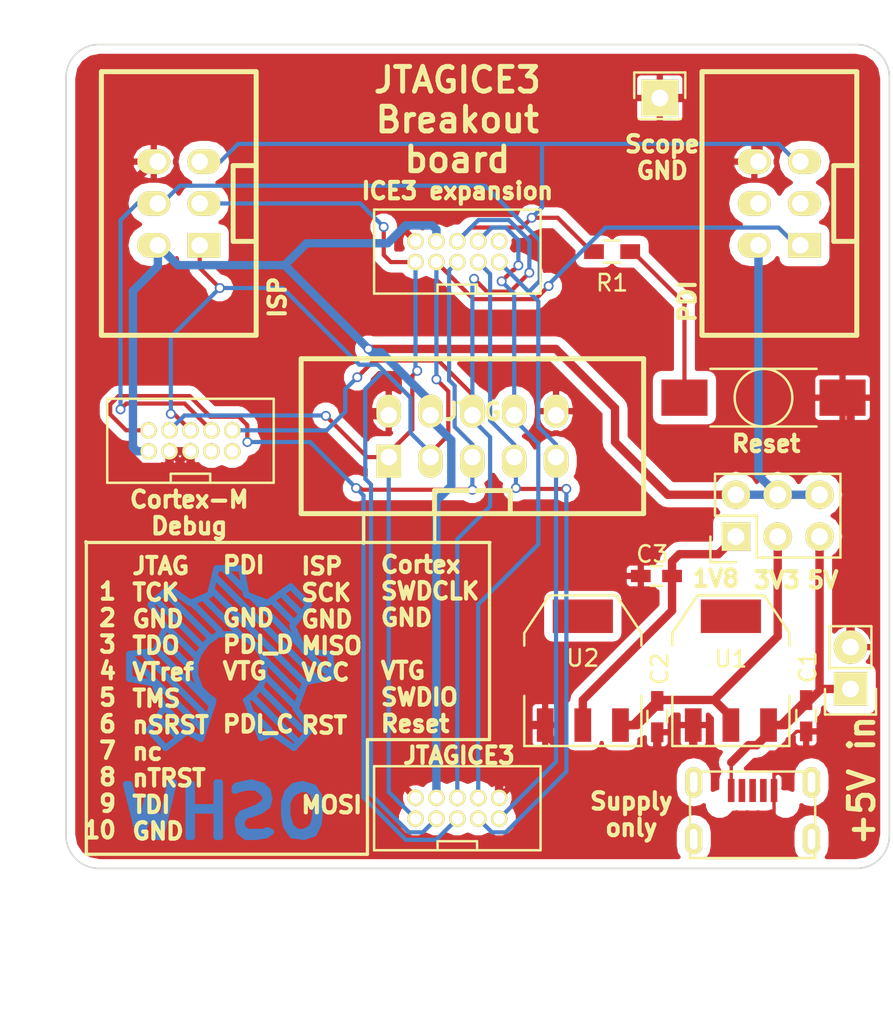
<source format=kicad_pcb>
(kicad_pcb (version 4) (host pcbnew "(2015-05-09 BZR 5648)-product")

  (general
    (links 0)
    (no_connects 1)
    (area 103.949999 78.949999 154.050001 129.050001)
    (thickness 1.6)
    (drawings 38)
    (tracks 304)
    (zones 0)
    (modules 18)
    (nets 24)
  )

  (page A4)
  (layers
    (0 F.Cu signal)
    (31 B.Cu signal)
    (32 B.Adhes user)
    (33 F.Adhes user)
    (34 B.Paste user)
    (35 F.Paste user)
    (36 B.SilkS user)
    (37 F.SilkS user)
    (38 B.Mask user)
    (39 F.Mask user)
    (40 Dwgs.User user)
    (41 Cmts.User user)
    (42 Eco1.User user)
    (43 Eco2.User user)
    (44 Edge.Cuts user)
    (45 Margin user)
    (46 B.CrtYd user)
    (47 F.CrtYd user)
    (48 B.Fab user)
    (49 F.Fab user)
  )

  (setup
    (last_trace_width 0.254)
    (user_trace_width 0.2032)
    (trace_clearance 0.2)
    (zone_clearance 0.508)
    (zone_45_only no)
    (trace_min 0.0254)
    (segment_width 0.2)
    (edge_width 0.1)
    (via_size 0.6)
    (via_drill 0.4)
    (via_min_size 0.4)
    (via_min_drill 0.3)
    (uvia_size 0.3)
    (uvia_drill 0.1)
    (uvias_allowed no)
    (uvia_min_size 0)
    (uvia_min_drill 0)
    (pcb_text_width 0.3)
    (pcb_text_size 1.5 1.5)
    (mod_edge_width 0.15)
    (mod_text_size 1 1)
    (mod_text_width 0.15)
    (pad_size 1.5 2)
    (pad_drill 1)
    (pad_to_mask_clearance 0)
    (aux_axis_origin 0 0)
    (visible_elements FFFFFF7F)
    (pcbplotparams
      (layerselection 0x010f0_80000001)
      (usegerberextensions false)
      (excludeedgelayer true)
      (linewidth 0.100000)
      (plotframeref false)
      (viasonmask false)
      (mode 1)
      (useauxorigin false)
      (hpglpennumber 1)
      (hpglpenspeed 20)
      (hpglpendiameter 15)
      (hpglpenoverlay 2)
      (psnegative false)
      (psa4output false)
      (plotreference true)
      (plotvalue true)
      (plotinvisibletext false)
      (padsonsilk false)
      (subtractmaskfromsilk false)
      (outputformat 1)
      (mirror false)
      (drillshape 0)
      (scaleselection 1)
      (outputdirectory Manufacturing/))
  )

  (net 0 "")
  (net 1 "Net-(CON1-Pad1)")
  (net 2 VCC)
  (net 3 "Net-(CON1-Pad3)")
  (net 4 "Net-(CON1-Pad4)")
  (net 5 /RST)
  (net 6 GND)
  (net 7 "Net-(CON2-Pad5)")
  (net 8 "Net-(CON2-Pad7)")
  (net 9 "Net-(CON2-Pad8)")
  (net 10 "Net-(P2-Pad9)")
  (net 11 "Net-(R1-Pad1)")
  (net 12 "Net-(CON3-Pad3)")
  (net 13 "Net-(CON3-Pad4)")
  (net 14 "Net-(CON4-Pad3)")
  (net 15 "Net-(CON4-Pad4)")
  (net 16 "Net-(CON4-Pad2)")
  (net 17 +5V)
  (net 18 "Net-(CON4-Pad6)")
  (net 19 "Net-(CON4-Pad7)")
  (net 20 "Net-(CON4-Pad8)")
  (net 21 "Net-(CON4-Pad9)")
  (net 22 +3V3)
  (net 23 +1V8)

  (net_class Default "This is the default net class."
    (clearance 0.2)
    (trace_width 0.254)
    (via_dia 0.6)
    (via_drill 0.4)
    (uvia_dia 0.3)
    (uvia_drill 0.1)
    (add_net /RST)
    (add_net "Net-(CON1-Pad1)")
    (add_net "Net-(CON1-Pad3)")
    (add_net "Net-(CON1-Pad4)")
    (add_net "Net-(CON2-Pad5)")
    (add_net "Net-(CON2-Pad7)")
    (add_net "Net-(CON2-Pad8)")
    (add_net "Net-(CON3-Pad3)")
    (add_net "Net-(CON3-Pad4)")
    (add_net "Net-(CON4-Pad2)")
    (add_net "Net-(CON4-Pad3)")
    (add_net "Net-(CON4-Pad4)")
    (add_net "Net-(CON4-Pad6)")
    (add_net "Net-(CON4-Pad7)")
    (add_net "Net-(CON4-Pad8)")
    (add_net "Net-(CON4-Pad9)")
    (add_net "Net-(P2-Pad9)")
    (add_net "Net-(R1-Pad1)")
  )

  (net_class Power ""
    (clearance 0.2)
    (trace_width 0.508)
    (via_dia 0.6)
    (via_drill 0.4)
    (uvia_dia 0.3)
    (uvia_drill 0.1)
    (add_net +1V8)
    (add_net +3V3)
    (add_net +5V)
    (add_net GND)
    (add_net VCC)
  )

  (module mysensors_buttons:SW_SPST_SMD_J-LEAD_4.3MM (layer F.Cu) (tedit 55C322EC) (tstamp 55C249F5)
    (at 146.3548 100.4316)
    (descr "TE Connectivity SPST SMD J-LEAD,4.3MM")
    (tags "SPST Button Switch")
    (path /55C24A1B)
    (fp_text reference SW1 (at 0.508 -2.921) (layer F.Fab)
      (effects (font (size 1 1) (thickness 0.15)))
    )
    (fp_text value SW_PUSH (at 0 0.381 180) (layer F.Fab)
      (effects (font (size 1 1) (thickness 0.15)))
    )
    (fp_circle (center 0 0) (end 1.75 -0.05) (layer F.SilkS) (width 0.15))
    (fp_line (start 5.05 1.85) (end 5.05 -1.85) (layer F.CrtYd) (width 0.05))
    (fp_line (start -5.05 -1.85) (end -5.05 1.85) (layer F.CrtYd) (width 0.05))
    (fp_line (start -5.05 1.85) (end 5.05 1.85) (layer F.CrtYd) (width 0.05))
    (fp_line (start -5.05 -1.85) (end 5.05 -1.85) (layer F.CrtYd) (width 0.05))
    (fp_line (start -3.225 -1.75) (end 3.225 -1.75) (layer F.SilkS) (width 0.15))
    (fp_line (start -3.225 1.75) (end 3.225 1.75) (layer F.SilkS) (width 0.15))
    (pad 1 smd rect (at -4.8 0) (size 2.8 2.2) (layers F.Cu F.Paste F.Mask)
      (net 11 "Net-(R1-Pad1)"))
    (pad 2 smd rect (at 4.8 0) (size 2.8 2.2) (layers F.Cu F.Paste F.Mask)
      (net 6 GND))
    (model mysensors.3dshapes/w.lain.3dshapes/switch/smd_push.wrl
      (at (xyz 0 0 0))
      (scale (xyz 1 1 1))
      (rotate (xyz 0 0 0))
    )
  )

  (module Resistors_SMD:R_0603_HandSoldering (layer F.Cu) (tedit 5418A00F) (tstamp 55C277FD)
    (at 137.16 91.567 180)
    (descr "Resistor SMD 0603, hand soldering")
    (tags "resistor 0603")
    (path /55C27301)
    (attr smd)
    (fp_text reference R1 (at 0 -1.9 180) (layer F.SilkS)
      (effects (font (size 1 1) (thickness 0.15)))
    )
    (fp_text value 100 (at 0 1.9 180) (layer F.Fab)
      (effects (font (size 1 1) (thickness 0.15)))
    )
    (fp_line (start -2 -0.8) (end 2 -0.8) (layer F.CrtYd) (width 0.05))
    (fp_line (start -2 0.8) (end 2 0.8) (layer F.CrtYd) (width 0.05))
    (fp_line (start -2 -0.8) (end -2 0.8) (layer F.CrtYd) (width 0.05))
    (fp_line (start 2 -0.8) (end 2 0.8) (layer F.CrtYd) (width 0.05))
    (fp_line (start 0.5 0.675) (end -0.5 0.675) (layer F.SilkS) (width 0.15))
    (fp_line (start -0.5 -0.675) (end 0.5 -0.675) (layer F.SilkS) (width 0.15))
    (pad 1 smd rect (at -1.1 0 180) (size 1.2 0.9) (layers F.Cu F.Paste F.Mask)
      (net 11 "Net-(R1-Pad1)"))
    (pad 2 smd rect (at 1.1 0 180) (size 1.2 0.9) (layers F.Cu F.Paste F.Mask)
      (net 5 /RST))
    (model Resistors_SMD.3dshapes/R_0603_HandSoldering.wrl
      (at (xyz 0 0 0))
      (scale (xyz 1 1 1))
      (rotate (xyz 0 0 0))
    )
  )

  (module w_conn_strip:vasch_strip_3x2 (layer F.Cu) (tedit 55C31CDA) (tstamp 55C9261E)
    (at 110.8456 88.646 90)
    (descr "Box header 3x2pin 2.54mm")
    (tags "CONN DEV")
    (path /55C247D8)
    (fp_text reference CON1 (at 0 -5.7 90) (layer F.Fab)
      (effects (font (size 1 1) (thickness 0.2032)))
    )
    (fp_text value AVR-ISP-6 (at 0 5.7 90) (layer F.SilkS) hide
      (effects (font (size 1 1) (thickness 0.2032)))
    )
    (fp_line (start -8 4.7) (end 8 4.7) (layer F.SilkS) (width 0.3048))
    (fp_line (start 8 -4.7) (end -8 -4.7) (layer F.SilkS) (width 0.3048))
    (fp_line (start -8 -4.7) (end -8 4.7) (layer F.SilkS) (width 0.3048))
    (fp_line (start 8 -4.7) (end 8 4.7) (layer F.SilkS) (width 0.3048))
    (fp_line (start 2.3 4.7) (end 2.3 3.3) (layer F.SilkS) (width 0.29972))
    (fp_line (start 2.3 3.3) (end -2.3 3.3) (layer F.SilkS) (width 0.29972))
    (fp_line (start -2.3 3.3) (end -2.3 4.7) (layer F.SilkS) (width 0.29972))
    (pad 1 thru_hole rect (at -2.54 1.27 90) (size 1.5 2) (drill 1 (offset 0 0.25)) (layers *.Cu *.Mask F.SilkS)
      (net 1 "Net-(CON1-Pad1)"))
    (pad 2 thru_hole oval (at -2.54 -1.27 90) (size 1.5 2) (drill 1 (offset 0 -0.25)) (layers *.Cu *.Mask F.SilkS)
      (net 2 VCC))
    (pad 3 thru_hole oval (at 0 1.27 90) (size 1.5 2) (drill 1 (offset 0 0.25)) (layers *.Cu *.Mask F.SilkS)
      (net 3 "Net-(CON1-Pad3)"))
    (pad 4 thru_hole oval (at 0 -1.27 90) (size 1.5 2) (drill 1 (offset 0 -0.25)) (layers *.Cu *.Mask F.SilkS)
      (net 4 "Net-(CON1-Pad4)"))
    (pad 5 thru_hole oval (at 2.54 1.27 90) (size 1.5 2) (drill 1 (offset 0 0.25)) (layers *.Cu *.Mask F.SilkS)
      (net 5 /RST))
    (pad 6 thru_hole oval (at 2.54 -1.27 90) (size 1.5 2) (drill 1 (offset 0 -0.25)) (layers *.Cu *.Mask F.SilkS)
      (net 6 GND))
    (model walter/conn_strip/vasch_strip_3x2.wrl
      (at (xyz 0 0 0))
      (scale (xyz 1 1 1))
      (rotate (xyz 0 0 0))
    )
  )

  (module w_conn_strip:vasch_strip_5x2 (layer F.Cu) (tedit 55C33A6E) (tstamp 55C92633)
    (at 128.6764 102.7684)
    (descr "Box header 5x2pin 2.54mm")
    (tags "CONN DEV")
    (path /55C2489D)
    (fp_text reference CON2 (at 0 -5.7) (layer F.Fab)
      (effects (font (size 1 1) (thickness 0.2032)))
    )
    (fp_text value AVR-JTAG-10 (at 0 5.7) (layer F.SilkS) hide
      (effects (font (size 1 1) (thickness 0.2032)))
    )
    (fp_line (start -10.4 4.7) (end 10.4 4.7) (layer F.SilkS) (width 0.3048))
    (fp_line (start 10.4 -4.7) (end -10.4 -4.7) (layer F.SilkS) (width 0.3048))
    (fp_line (start -10.4 -4.7) (end -10.4 4.7) (layer F.SilkS) (width 0.3048))
    (fp_line (start 10.4 -4.7) (end 10.4 4.7) (layer F.SilkS) (width 0.3048))
    (fp_line (start 2.3 4.7) (end 2.3 3.3) (layer F.SilkS) (width 0.29972))
    (fp_line (start 2.3 3.3) (end -2.3 3.3) (layer F.SilkS) (width 0.29972))
    (fp_line (start -2.3 3.3) (end -2.3 4.7) (layer F.SilkS) (width 0.29972))
    (pad 9 thru_hole oval (at 5.08 1.27) (size 1.5 2) (drill 1 (offset 0 0.25)) (layers *.Cu *.Mask F.SilkS)
      (net 4 "Net-(CON1-Pad4)"))
    (pad 10 thru_hole oval (at 5.08 -1.27) (size 1.5 2) (drill 1 (offset 0 -0.25)) (layers *.Cu *.Mask F.SilkS)
      (net 6 GND) (clearance 0.01905))
    (pad 8 thru_hole oval (at 2.54 -1.27) (size 1.5 2) (drill 1 (offset 0 -0.25)) (layers *.Cu *.Mask F.SilkS)
      (net 9 "Net-(CON2-Pad8)"))
    (pad 7 thru_hole oval (at 2.54 1.27) (size 1.5 2) (drill 1 (offset 0 0.25)) (layers *.Cu *.Mask F.SilkS)
      (net 8 "Net-(CON2-Pad7)"))
    (pad 1 thru_hole rect (at -5.08 1.27) (size 1.5 2) (drill 1 (offset 0 0.25)) (layers *.Cu *.Mask F.SilkS)
      (net 3 "Net-(CON1-Pad3)"))
    (pad 2 thru_hole oval (at -5.08 -1.27) (size 1.5 2) (drill 1 (offset 0 -0.25)) (layers *.Cu *.Mask F.SilkS)
      (net 6 GND))
    (pad 3 thru_hole oval (at -2.54 1.27) (size 1.5 2) (drill 1 (offset 0 0.25)) (layers *.Cu *.Mask F.SilkS)
      (net 1 "Net-(CON1-Pad1)"))
    (pad 4 thru_hole oval (at -2.54 -1.27) (size 1.5 2) (drill 1 (offset 0 -0.25)) (layers *.Cu *.Mask F.SilkS)
      (net 2 VCC))
    (pad 5 thru_hole oval (at 0 1.27) (size 1.5 2) (drill 1 (offset 0 0.25)) (layers *.Cu *.Mask F.SilkS)
      (net 7 "Net-(CON2-Pad5)"))
    (pad 6 thru_hole oval (at 0 -1.27) (size 1.5 2) (drill 1 (offset 0 -0.25)) (layers *.Cu *.Mask F.SilkS)
      (net 5 /RST))
    (model walter/conn_strip/vasch_strip_5x2.wrl
      (at (xyz 0 0 0))
      (scale (xyz 1 1 1))
      (rotate (xyz 0 0 0))
    )
  )

  (module w_conn_strip:vasch_strip_3x2 (layer F.Cu) (tedit 55C31CD3) (tstamp 55C92644)
    (at 147.32 88.646 90)
    (descr "Box header 3x2pin 2.54mm")
    (tags "CONN DEV")
    (path /55C24911)
    (fp_text reference CON3 (at 0 -5.7 90) (layer F.Fab)
      (effects (font (size 1 1) (thickness 0.2032)))
    )
    (fp_text value AVR-PDI-6 (at 0 5.7 90) (layer F.SilkS) hide
      (effects (font (size 1 1) (thickness 0.2032)))
    )
    (fp_line (start -8 4.7) (end 8 4.7) (layer F.SilkS) (width 0.3048))
    (fp_line (start 8 -4.7) (end -8 -4.7) (layer F.SilkS) (width 0.3048))
    (fp_line (start -8 -4.7) (end -8 4.7) (layer F.SilkS) (width 0.3048))
    (fp_line (start 8 -4.7) (end 8 4.7) (layer F.SilkS) (width 0.3048))
    (fp_line (start 2.3 4.7) (end 2.3 3.3) (layer F.SilkS) (width 0.29972))
    (fp_line (start 2.3 3.3) (end -2.3 3.3) (layer F.SilkS) (width 0.29972))
    (fp_line (start -2.3 3.3) (end -2.3 4.7) (layer F.SilkS) (width 0.29972))
    (pad 1 thru_hole rect (at -2.54 1.27 90) (size 1.5 2) (drill 1 (offset 0 0.25)) (layers *.Cu *.Mask F.SilkS)
      (net 1 "Net-(CON1-Pad1)"))
    (pad 2 thru_hole oval (at -2.54 -1.27 90) (size 1.5 2) (drill 1 (offset 0 -0.25)) (layers *.Cu *.Mask F.SilkS)
      (net 2 VCC))
    (pad 3 thru_hole oval (at 0 1.27 90) (size 1.5 2) (drill 1 (offset 0 0.25)) (layers *.Cu *.Mask F.SilkS)
      (net 12 "Net-(CON3-Pad3)"))
    (pad 4 thru_hole oval (at 0 -1.27 90) (size 1.5 2) (drill 1 (offset 0 -0.25)) (layers *.Cu *.Mask F.SilkS)
      (net 13 "Net-(CON3-Pad4)"))
    (pad 5 thru_hole oval (at 2.54 1.27 90) (size 1.5 2) (drill 1 (offset 0 0.25)) (layers *.Cu *.Mask F.SilkS)
      (net 5 /RST))
    (pad 6 thru_hole oval (at 2.54 -1.27 90) (size 1.5 2) (drill 1 (offset 0 -0.25)) (layers *.Cu *.Mask F.SilkS)
      (net 6 GND))
    (model walter/conn_strip/vasch_strip_3x2.wrl
      (at (xyz 0 0 0))
      (scale (xyz 1 1 1))
      (rotate (xyz 0 0 0))
    )
  )

  (module mysensors_connectors:FCI_10P_HDR (layer F.Cu) (tedit 55C31EEA) (tstamp 55C26E4C)
    (at 127.762 125.349)
    (tags "0.05\" ")
    (path /55C24E98)
    (fp_text reference P1 (at 0 3.5) (layer F.Fab)
      (effects (font (size 1 1) (thickness 0.15)))
    )
    (fp_text value "Jtag ICE3" (at 0 -3.5) (layer F.Fab)
      (effects (font (size 1 1) (thickness 0.15)))
    )
    (fp_line (start 1.2 2) (end 1.2 2.5) (layer F.SilkS) (width 0.15))
    (fp_line (start -1.2 2) (end -1.2 2.5) (layer F.SilkS) (width 0.15))
    (fp_line (start -1.2 2) (end 1.2 2) (layer F.SilkS) (width 0.15))
    (fp_line (start -5.055 -2.55) (end 5.055 -2.55) (layer F.SilkS) (width 0.15))
    (fp_line (start 5.055 -2.55) (end 5.055 2.55) (layer F.SilkS) (width 0.15))
    (fp_line (start 5.055 2.55) (end -5.055 2.55) (layer F.SilkS) (width 0.15))
    (fp_line (start -5.055 2.55) (end -5.055 -2.55) (layer F.SilkS) (width 0.15))
    (pad 2 thru_hole circle (at -2.54 -0.635) (size 1 1) (drill 0.7) (layers *.Cu *.Mask F.SilkS)
      (net 6 GND))
    (pad 1 thru_hole circle (at -2.54 0.635) (size 1 1) (drill 0.7) (layers *.Cu *.Mask F.SilkS)
      (net 3 "Net-(CON1-Pad3)"))
    (pad 4 thru_hole circle (at -1.27 -0.635) (size 1 1) (drill 0.7) (layers *.Cu *.Mask F.SilkS)
      (net 2 VCC))
    (pad 3 thru_hole circle (at -1.27 0.635) (size 1 1) (drill 0.7) (layers *.Cu *.Mask F.SilkS)
      (net 1 "Net-(CON1-Pad1)"))
    (pad 6 thru_hole circle (at 0 -0.635) (size 1 1) (drill 0.7) (layers *.Cu *.Mask F.SilkS)
      (net 5 /RST))
    (pad 5 thru_hole circle (at 0 0.635) (size 1 1) (drill 0.7) (layers *.Cu *.Mask F.SilkS)
      (net 7 "Net-(CON2-Pad5)"))
    (pad 8 thru_hole circle (at 1.27 -0.635) (size 1 1) (drill 0.7) (layers *.Cu *.Mask F.SilkS)
      (net 9 "Net-(CON2-Pad8)"))
    (pad 7 thru_hole circle (at 1.27 0.635) (size 1 1) (drill 0.7) (layers *.Cu *.Mask F.SilkS)
      (net 8 "Net-(CON2-Pad7)"))
    (pad 10 thru_hole circle (at 2.54 -0.635) (size 1 1) (drill 0.7) (layers *.Cu *.Mask F.SilkS)
      (net 6 GND))
    (pad 9 thru_hole circle (at 2.54 0.635) (size 1 1) (drill 0.7) (layers *.Cu *.Mask F.SilkS)
      (net 4 "Net-(CON1-Pad4)"))
    (model walter/conn_strip/vasch_strip_5x2.wrl
      (at (xyz 0 0 0))
      (scale (xyz 0.5 0.5 1))
      (rotate (xyz 0 0 0))
    )
  )

  (module mysensors_connectors:FCI_10P_HDR (layer F.Cu) (tedit 55C31EF8) (tstamp 55C26E5E)
    (at 111.5568 103.0478)
    (tags "0.05\" ")
    (path /55C252B4)
    (fp_text reference P2 (at 0 3.5) (layer F.Fab)
      (effects (font (size 1 1) (thickness 0.15)))
    )
    (fp_text value "Cortex M0 debug" (at 0 -3.5) (layer F.Fab)
      (effects (font (size 1 1) (thickness 0.15)))
    )
    (fp_line (start 1.2 2) (end 1.2 2.5) (layer F.SilkS) (width 0.15))
    (fp_line (start -1.2 2) (end -1.2 2.5) (layer F.SilkS) (width 0.15))
    (fp_line (start -1.2 2) (end 1.2 2) (layer F.SilkS) (width 0.15))
    (fp_line (start -5.055 -2.55) (end 5.055 -2.55) (layer F.SilkS) (width 0.15))
    (fp_line (start 5.055 -2.55) (end 5.055 2.55) (layer F.SilkS) (width 0.15))
    (fp_line (start 5.055 2.55) (end -5.055 2.55) (layer F.SilkS) (width 0.15))
    (fp_line (start -5.055 2.55) (end -5.055 -2.55) (layer F.SilkS) (width 0.15))
    (pad 2 thru_hole circle (at -2.54 -0.635) (size 1 1) (drill 0.7) (layers *.Cu *.Mask F.SilkS)
      (net 7 "Net-(CON2-Pad5)"))
    (pad 1 thru_hole circle (at -2.54 0.635) (size 1 1) (drill 0.7) (layers *.Cu *.Mask F.SilkS)
      (net 2 VCC))
    (pad 4 thru_hole circle (at -1.27 -0.635) (size 1 1) (drill 0.7) (layers *.Cu *.Mask F.SilkS)
      (net 3 "Net-(CON1-Pad3)"))
    (pad 3 thru_hole circle (at -1.27 0.635) (size 1 1) (drill 0.7) (layers *.Cu *.Mask F.SilkS)
      (net 6 GND))
    (pad 6 thru_hole circle (at 0 -0.635) (size 1 1) (drill 0.7) (layers *.Cu *.Mask F.SilkS)
      (net 1 "Net-(CON1-Pad1)"))
    (pad 5 thru_hole circle (at 0 0.635) (size 1 1) (drill 0.7) (layers *.Cu *.Mask F.SilkS)
      (net 6 GND))
    (pad 8 thru_hole circle (at 1.27 -0.635) (size 1 1) (drill 0.7) (layers *.Cu *.Mask F.SilkS)
      (net 4 "Net-(CON1-Pad4)"))
    (pad 7 thru_hole circle (at 1.27 0.635) (size 1 1) (drill 0.7) (layers *.Cu *.Mask F.SilkS))
    (pad 10 thru_hole circle (at 2.54 -0.635) (size 1 1) (drill 0.7) (layers *.Cu *.Mask F.SilkS)
      (net 5 /RST))
    (pad 9 thru_hole circle (at 2.54 0.635) (size 1 1) (drill 0.7) (layers *.Cu *.Mask F.SilkS)
      (net 10 "Net-(P2-Pad9)"))
    (model walter/conn_strip/vasch_strip_5x2.wrl
      (at (xyz 0 0 0))
      (scale (xyz 0.5 0.5 1))
      (rotate (xyz 0 0 0))
    )
  )

  (module mysensors_connectors:FCI_10P_HDR (layer F.Cu) (tedit 55C31EFF) (tstamp 55C26E70)
    (at 127.762 91.567)
    (tags "0.05\" ")
    (path /55C257FC)
    (fp_text reference P3 (at 0 3.5) (layer F.Fab)
      (effects (font (size 1 1) (thickness 0.15)))
    )
    (fp_text value "ice3 expansion" (at 0 -3.5) (layer F.Fab)
      (effects (font (size 1 1) (thickness 0.15)))
    )
    (fp_line (start 1.2 2) (end 1.2 2.5) (layer F.SilkS) (width 0.15))
    (fp_line (start -1.2 2) (end -1.2 2.5) (layer F.SilkS) (width 0.15))
    (fp_line (start -1.2 2) (end 1.2 2) (layer F.SilkS) (width 0.15))
    (fp_line (start -5.055 -2.55) (end 5.055 -2.55) (layer F.SilkS) (width 0.15))
    (fp_line (start 5.055 -2.55) (end 5.055 2.55) (layer F.SilkS) (width 0.15))
    (fp_line (start 5.055 2.55) (end -5.055 2.55) (layer F.SilkS) (width 0.15))
    (fp_line (start -5.055 2.55) (end -5.055 -2.55) (layer F.SilkS) (width 0.15))
    (pad 2 thru_hole circle (at -2.54 -0.635) (size 1 1) (drill 0.7) (layers *.Cu *.Mask F.SilkS)
      (net 6 GND))
    (pad 1 thru_hole circle (at -2.54 0.635) (size 1 1) (drill 0.7) (layers *.Cu *.Mask F.SilkS)
      (net 3 "Net-(CON1-Pad3)"))
    (pad 4 thru_hole circle (at -1.27 -0.635) (size 1 1) (drill 0.7) (layers *.Cu *.Mask F.SilkS)
      (net 2 VCC))
    (pad 3 thru_hole circle (at -1.27 0.635) (size 1 1) (drill 0.7) (layers *.Cu *.Mask F.SilkS)
      (net 1 "Net-(CON1-Pad1)"))
    (pad 6 thru_hole circle (at 0 -0.635) (size 1 1) (drill 0.7) (layers *.Cu *.Mask F.SilkS)
      (net 5 /RST))
    (pad 5 thru_hole circle (at 0 0.635) (size 1 1) (drill 0.7) (layers *.Cu *.Mask F.SilkS)
      (net 7 "Net-(CON2-Pad5)"))
    (pad 8 thru_hole circle (at 1.27 -0.635) (size 1 1) (drill 0.7) (layers *.Cu *.Mask F.SilkS)
      (net 9 "Net-(CON2-Pad8)"))
    (pad 7 thru_hole circle (at 1.27 0.635) (size 1 1) (drill 0.7) (layers *.Cu *.Mask F.SilkS)
      (net 8 "Net-(CON2-Pad7)"))
    (pad 10 thru_hole circle (at 2.54 -0.635) (size 1 1) (drill 0.7) (layers *.Cu *.Mask F.SilkS)
      (net 6 GND))
    (pad 9 thru_hole circle (at 2.54 0.635) (size 1 1) (drill 0.7) (layers *.Cu *.Mask F.SilkS)
      (net 4 "Net-(CON1-Pad4)"))
    (model walter/conn_strip/vasch_strip_5x2.wrl
      (at (xyz 0 0 0))
      (scale (xyz 0.5 0.5 1))
      (rotate (xyz 0 0 0))
    )
  )

  (module mysensors_connectors:Micro_USB (layer F.Cu) (tedit 55C3A29B) (tstamp 55C340BB)
    (at 145.6944 128.3716)
    (path /55C340B0)
    (fp_text reference CON4 (at -0.95 9.25) (layer F.Fab)
      (effects (font (size 1 1) (thickness 0.15)))
    )
    (fp_text value USB-MICRO-B (at -0.875 7.925) (layer F.Fab)
      (effects (font (size 1 1) (thickness 0.15)))
    )
    (fp_line (start -3.8 0) (end -3.8 -5.25) (layer F.SilkS) (width 0.15))
    (fp_line (start -3.8 -5.25) (end 3.8 -5.25) (layer F.SilkS) (width 0.15))
    (fp_line (start 3.8 -5.25) (end 3.8 0) (layer F.SilkS) (width 0.15))
    (fp_line (start -3.8 0) (end 3.8 0) (layer F.SilkS) (width 0.15))
    (pad 3 smd rect (at 0 -4.1) (size 0.4 1.4) (layers F.Cu F.Paste F.Mask)
      (net 14 "Net-(CON4-Pad3)"))
    (pad 4 smd rect (at 0.65 -4.1) (size 0.4 1.4) (layers F.Cu F.Paste F.Mask)
      (net 15 "Net-(CON4-Pad4)"))
    (pad 2 smd rect (at -0.65 -4.1) (size 0.4 1.4) (layers F.Cu F.Paste F.Mask)
      (net 16 "Net-(CON4-Pad2)"))
    (pad 1 smd rect (at -1.3 -4.1) (size 0.4 1.4) (layers F.Cu F.Paste F.Mask)
      (net 17 +5V))
    (pad 5 smd rect (at 1.3 -4.1) (size 0.4 1.4) (layers F.Cu F.Paste F.Mask)
      (net 6 GND))
    (pad 6 thru_hole oval (at -3.575 -1.15) (size 1.05 1.85) (drill oval 0.45 1.25) (layers *.Cu *.Mask F.SilkS)
      (net 18 "Net-(CON4-Pad6)"))
    (pad 7 thru_hole oval (at 3.575 -1.15) (size 1.05 1.85) (drill oval 0.45 1.25) (layers *.Cu *.Mask F.SilkS)
      (net 19 "Net-(CON4-Pad7)"))
    (pad 8 thru_hole oval (at -3.575 -4.6) (size 1.05 1.85) (drill oval 0.45 1.25) (layers *.Cu *.Mask F.SilkS)
      (net 20 "Net-(CON4-Pad8)"))
    (pad 9 thru_hole oval (at 3.575 -4.6) (size 1.05 1.85) (drill oval 0.45 1.25) (layers *.Cu *.Mask F.SilkS)
      (net 21 "Net-(CON4-Pad9)"))
    (pad "" np_thru_hole circle (at -2 -3.275) (size 0.65 0.65) (drill 0.65) (layers *.Cu *.Mask F.SilkS))
    (pad "" np_thru_hole circle (at 2 -3.275) (size 0.65 0.65) (drill 0.65) (layers *.Cu *.Mask F.SilkS))
    (model mysensors.3dshapes/w.lain.3dshapes/conn_pc/usb_B_micro_smd-2.wrl
      (at (xyz 0 0.03 0))
      (scale (xyz 1 1 1))
      (rotate (xyz 0 0 0))
    )
  )

  (module Capacitors_SMD:C_0603_HandSoldering (layer F.Cu) (tedit 55C3A240) (tstamp 55C34268)
    (at 148.9456 119.7356 270)
    (descr "Capacitor SMD 0603, hand soldering")
    (tags "capacitor 0603")
    (path /55C34AA1)
    (attr smd)
    (fp_text reference C1 (at -2.9464 -0.1016 270) (layer F.SilkS)
      (effects (font (size 1 1) (thickness 0.15)))
    )
    (fp_text value C (at 0 1.9 270) (layer F.Fab)
      (effects (font (size 1 1) (thickness 0.15)))
    )
    (fp_line (start -1.85 -0.75) (end 1.85 -0.75) (layer F.CrtYd) (width 0.05))
    (fp_line (start -1.85 0.75) (end 1.85 0.75) (layer F.CrtYd) (width 0.05))
    (fp_line (start -1.85 -0.75) (end -1.85 0.75) (layer F.CrtYd) (width 0.05))
    (fp_line (start 1.85 -0.75) (end 1.85 0.75) (layer F.CrtYd) (width 0.05))
    (fp_line (start -0.35 -0.6) (end 0.35 -0.6) (layer F.SilkS) (width 0.15))
    (fp_line (start 0.35 0.6) (end -0.35 0.6) (layer F.SilkS) (width 0.15))
    (pad 1 smd rect (at -0.95 0 270) (size 1.2 0.75) (layers F.Cu F.Paste F.Mask)
      (net 17 +5V))
    (pad 2 smd rect (at 0.95 0 270) (size 1.2 0.75) (layers F.Cu F.Paste F.Mask)
      (net 6 GND))
    (model Capacitors_SMD.3dshapes/C_0603_HandSoldering.wrl
      (at (xyz 0 0 0))
      (scale (xyz 1 1 1))
      (rotate (xyz 0 0 0))
    )
  )

  (module Capacitors_SMD:C_0603_HandSoldering (layer F.Cu) (tedit 541A9B4D) (tstamp 55C3426E)
    (at 139.9032 119.7864 270)
    (descr "Capacitor SMD 0603, hand soldering")
    (tags "capacitor 0603")
    (path /55C34A42)
    (attr smd)
    (fp_text reference C2 (at -2.8956 -0.1524 270) (layer F.SilkS)
      (effects (font (size 1 1) (thickness 0.15)))
    )
    (fp_text value C (at 0 1.9 270) (layer F.Fab)
      (effects (font (size 1 1) (thickness 0.15)))
    )
    (fp_line (start -1.85 -0.75) (end 1.85 -0.75) (layer F.CrtYd) (width 0.05))
    (fp_line (start -1.85 0.75) (end 1.85 0.75) (layer F.CrtYd) (width 0.05))
    (fp_line (start -1.85 -0.75) (end -1.85 0.75) (layer F.CrtYd) (width 0.05))
    (fp_line (start 1.85 -0.75) (end 1.85 0.75) (layer F.CrtYd) (width 0.05))
    (fp_line (start -0.35 -0.6) (end 0.35 -0.6) (layer F.SilkS) (width 0.15))
    (fp_line (start 0.35 0.6) (end -0.35 0.6) (layer F.SilkS) (width 0.15))
    (pad 1 smd rect (at -0.95 0 270) (size 1.2 0.75) (layers F.Cu F.Paste F.Mask)
      (net 22 +3V3))
    (pad 2 smd rect (at 0.95 0 270) (size 1.2 0.75) (layers F.Cu F.Paste F.Mask)
      (net 6 GND))
    (model Capacitors_SMD.3dshapes/C_0603_HandSoldering.wrl
      (at (xyz 0 0 0))
      (scale (xyz 1 1 1))
      (rotate (xyz 0 0 0))
    )
  )

  (module Capacitors_SMD:C_0603_HandSoldering (layer F.Cu) (tedit 55C3A236) (tstamp 55C34274)
    (at 139.8524 111.252 180)
    (descr "Capacitor SMD 0603, hand soldering")
    (tags "capacitor 0603")
    (path /55C34A7C)
    (attr smd)
    (fp_text reference C3 (at 0.254 1.3208 180) (layer F.SilkS)
      (effects (font (size 1 1) (thickness 0.15)))
    )
    (fp_text value C (at 0 1.9 180) (layer F.Fab)
      (effects (font (size 1 1) (thickness 0.15)))
    )
    (fp_line (start -1.85 -0.75) (end 1.85 -0.75) (layer F.CrtYd) (width 0.05))
    (fp_line (start -1.85 0.75) (end 1.85 0.75) (layer F.CrtYd) (width 0.05))
    (fp_line (start -1.85 -0.75) (end -1.85 0.75) (layer F.CrtYd) (width 0.05))
    (fp_line (start 1.85 -0.75) (end 1.85 0.75) (layer F.CrtYd) (width 0.05))
    (fp_line (start -0.35 -0.6) (end 0.35 -0.6) (layer F.SilkS) (width 0.15))
    (fp_line (start 0.35 0.6) (end -0.35 0.6) (layer F.SilkS) (width 0.15))
    (pad 1 smd rect (at -0.95 0 180) (size 1.2 0.75) (layers F.Cu F.Paste F.Mask)
      (net 23 +1V8))
    (pad 2 smd rect (at 0.95 0 180) (size 1.2 0.75) (layers F.Cu F.Paste F.Mask)
      (net 6 GND))
    (model Capacitors_SMD.3dshapes/C_0603_HandSoldering.wrl
      (at (xyz 0 0 0))
      (scale (xyz 1 1 1))
      (rotate (xyz 0 0 0))
    )
  )

  (module Pin_Headers:Pin_Header_Straight_2x03 (layer F.Cu) (tedit 55C3A227) (tstamp 55C3427E)
    (at 144.6784 108.8644 90)
    (descr "Through hole pin header")
    (tags "pin header")
    (path /55C3465C)
    (fp_text reference P4 (at 3.4544 -4.6736 90) (layer F.Fab)
      (effects (font (size 1 1) (thickness 0.15)))
    )
    (fp_text value "Supply select" (at 0 -3.1 90) (layer F.Fab)
      (effects (font (size 1 1) (thickness 0.15)))
    )
    (fp_line (start -1.27 1.27) (end -1.27 6.35) (layer F.SilkS) (width 0.15))
    (fp_line (start -1.55 -1.55) (end 0 -1.55) (layer F.SilkS) (width 0.15))
    (fp_line (start -1.75 -1.75) (end -1.75 6.85) (layer F.CrtYd) (width 0.05))
    (fp_line (start 4.3 -1.75) (end 4.3 6.85) (layer F.CrtYd) (width 0.05))
    (fp_line (start -1.75 -1.75) (end 4.3 -1.75) (layer F.CrtYd) (width 0.05))
    (fp_line (start -1.75 6.85) (end 4.3 6.85) (layer F.CrtYd) (width 0.05))
    (fp_line (start 1.27 -1.27) (end 1.27 1.27) (layer F.SilkS) (width 0.15))
    (fp_line (start 1.27 1.27) (end -1.27 1.27) (layer F.SilkS) (width 0.15))
    (fp_line (start -1.27 6.35) (end 3.81 6.35) (layer F.SilkS) (width 0.15))
    (fp_line (start 3.81 6.35) (end 3.81 1.27) (layer F.SilkS) (width 0.15))
    (fp_line (start -1.55 -1.55) (end -1.55 0) (layer F.SilkS) (width 0.15))
    (fp_line (start 3.81 -1.27) (end 1.27 -1.27) (layer F.SilkS) (width 0.15))
    (fp_line (start 3.81 1.27) (end 3.81 -1.27) (layer F.SilkS) (width 0.15))
    (pad 1 thru_hole rect (at 0 0 90) (size 1.7272 1.7272) (drill 1.016) (layers *.Cu *.Mask F.SilkS)
      (net 23 +1V8))
    (pad 2 thru_hole oval (at 2.54 0 90) (size 1.7272 1.7272) (drill 1.016) (layers *.Cu *.Mask F.SilkS)
      (net 2 VCC))
    (pad 3 thru_hole oval (at 0 2.54 90) (size 1.7272 1.7272) (drill 1.016) (layers *.Cu *.Mask F.SilkS)
      (net 22 +3V3))
    (pad 4 thru_hole oval (at 2.54 2.54 90) (size 1.7272 1.7272) (drill 1.016) (layers *.Cu *.Mask F.SilkS)
      (net 2 VCC))
    (pad 5 thru_hole oval (at 0 5.08 90) (size 1.7272 1.7272) (drill 1.016) (layers *.Cu *.Mask F.SilkS)
      (net 17 +5V))
    (pad 6 thru_hole oval (at 2.54 5.08 90) (size 1.7272 1.7272) (drill 1.016) (layers *.Cu *.Mask F.SilkS)
      (net 2 VCC))
    (model Pin_Headers.3dshapes/Pin_Header_Straight_2x03.wrl
      (at (xyz 0.05 -0.1 0))
      (scale (xyz 1 1 1))
      (rotate (xyz 0 0 90))
    )
  )

  (module Pin_Headers:Pin_Header_Straight_1x02 (layer F.Cu) (tedit 55C355DC) (tstamp 55C3521D)
    (at 151.638 118.11 180)
    (descr "Through hole pin header")
    (tags "pin header")
    (path /55C35467)
    (fp_text reference P5 (at 0 -5.1 180) (layer F.Fab)
      (effects (font (size 1 1) (thickness 0.15)))
    )
    (fp_text value Supply (at 0 -3.1 180) (layer F.Fab)
      (effects (font (size 1 1) (thickness 0.15)))
    )
    (fp_line (start 1.27 1.27) (end 1.27 3.81) (layer F.SilkS) (width 0.15))
    (fp_line (start 1.55 -1.55) (end 1.55 0) (layer F.SilkS) (width 0.15))
    (fp_line (start -1.75 -1.75) (end -1.75 4.3) (layer F.CrtYd) (width 0.05))
    (fp_line (start 1.75 -1.75) (end 1.75 4.3) (layer F.CrtYd) (width 0.05))
    (fp_line (start -1.75 -1.75) (end 1.75 -1.75) (layer F.CrtYd) (width 0.05))
    (fp_line (start -1.75 4.3) (end 1.75 4.3) (layer F.CrtYd) (width 0.05))
    (fp_line (start 1.27 1.27) (end -1.27 1.27) (layer F.SilkS) (width 0.15))
    (fp_line (start -1.55 0) (end -1.55 -1.55) (layer F.SilkS) (width 0.15))
    (fp_line (start -1.55 -1.55) (end 1.55 -1.55) (layer F.SilkS) (width 0.15))
    (fp_line (start -1.27 1.27) (end -1.27 3.81) (layer F.SilkS) (width 0.15))
    (fp_line (start -1.27 3.81) (end 1.27 3.81) (layer F.SilkS) (width 0.15))
    (pad 1 thru_hole rect (at 0 0 180) (size 2.032 2.032) (drill 1.016) (layers *.Cu *.Mask F.SilkS)
      (net 17 +5V))
    (pad 2 thru_hole oval (at 0 2.54 180) (size 2.032 2.032) (drill 1.016) (layers *.Cu *.Mask F.SilkS)
      (net 6 GND))
    (model Pin_Headers.3dshapes/Pin_Header_Straight_1x02.wrl
      (at (xyz 0 -0.05 0))
      (scale (xyz 1 1 1))
      (rotate (xyz 0 0 90))
    )
  )

  (module Pin_Headers:Pin_Header_Straight_1x01 (layer F.Cu) (tedit 55C35263) (tstamp 55C35222)
    (at 140.0556 82.2452)
    (descr "Through hole pin header")
    (tags "pin header")
    (path /55C352CA)
    (fp_text reference P6 (at 0 -5.1) (layer F.Fab)
      (effects (font (size 1 1) (thickness 0.15)))
    )
    (fp_text value GND (at 0 -3.1) (layer F.Fab)
      (effects (font (size 1 1) (thickness 0.15)))
    )
    (fp_line (start 1.55 -1.55) (end 1.55 0) (layer F.SilkS) (width 0.15))
    (fp_line (start -1.75 -1.75) (end -1.75 1.75) (layer F.CrtYd) (width 0.05))
    (fp_line (start 1.75 -1.75) (end 1.75 1.75) (layer F.CrtYd) (width 0.05))
    (fp_line (start -1.75 -1.75) (end 1.75 -1.75) (layer F.CrtYd) (width 0.05))
    (fp_line (start -1.75 1.75) (end 1.75 1.75) (layer F.CrtYd) (width 0.05))
    (fp_line (start -1.55 0) (end -1.55 -1.55) (layer F.SilkS) (width 0.15))
    (fp_line (start -1.55 -1.55) (end 1.55 -1.55) (layer F.SilkS) (width 0.15))
    (fp_line (start -1.27 1.27) (end 1.27 1.27) (layer F.SilkS) (width 0.15))
    (pad 1 thru_hole rect (at 0 0) (size 2.2352 2.2352) (drill 1.016) (layers *.Cu *.Mask F.SilkS)
      (net 6 GND))
    (model Pin_Headers.3dshapes/Pin_Header_Straight_1x01.wrl
      (at (xyz 0 0 0))
      (scale (xyz 1 1 1))
      (rotate (xyz 0 0 90))
    )
  )

  (module SMD_Packages:SOT-223 (layer F.Cu) (tedit 0) (tstamp 55C340CD)
    (at 135.382 117)
    (descr "module CMS SOT223 4 pins")
    (tags "CMS SOT")
    (path /55C33EF0)
    (attr smd)
    (fp_text reference U2 (at 0 -0.762) (layer F.SilkS)
      (effects (font (size 1 1) (thickness 0.15)))
    )
    (fp_text value AP1117D18 (at 0 0.762) (layer F.Fab)
      (effects (font (size 1 1) (thickness 0.15)))
    )
    (fp_line (start -3.556 1.524) (end -3.556 4.572) (layer F.SilkS) (width 0.15))
    (fp_line (start -3.556 4.572) (end 3.556 4.572) (layer F.SilkS) (width 0.15))
    (fp_line (start 3.556 4.572) (end 3.556 1.524) (layer F.SilkS) (width 0.15))
    (fp_line (start -3.556 -1.524) (end -3.556 -2.286) (layer F.SilkS) (width 0.15))
    (fp_line (start -3.556 -2.286) (end -2.032 -4.572) (layer F.SilkS) (width 0.15))
    (fp_line (start -2.032 -4.572) (end 2.032 -4.572) (layer F.SilkS) (width 0.15))
    (fp_line (start 2.032 -4.572) (end 3.556 -2.286) (layer F.SilkS) (width 0.15))
    (fp_line (start 3.556 -2.286) (end 3.556 -1.524) (layer F.SilkS) (width 0.15))
    (pad 4 smd rect (at 0 -3.302) (size 3.6576 2.032) (layers F.Cu F.Paste F.Mask))
    (pad 2 smd rect (at 0 3.302) (size 1.016 2.032) (layers F.Cu F.Paste F.Mask)
      (net 23 +1V8))
    (pad 3 smd rect (at 2.286 3.302) (size 1.016 2.032) (layers F.Cu F.Paste F.Mask)
      (net 22 +3V3))
    (pad 1 smd rect (at -2.286 3.302) (size 1.016 2.032) (layers F.Cu F.Paste F.Mask)
      (net 6 GND))
    (model SMD_Packages.3dshapes/SOT-223.wrl
      (at (xyz 0 0 0))
      (scale (xyz 0.4 0.4 0.4))
      (rotate (xyz 0 0 0))
    )
  )

  (module SMD_Packages:SOT-223 (layer F.Cu) (tedit 55C39A12) (tstamp 55C340C4)
    (at 144.3736 117)
    (descr "module CMS SOT223 4 pins")
    (tags "CMS SOT")
    (path /55C33F34)
    (attr smd)
    (fp_text reference U1 (at 0 -0.7112) (layer F.SilkS)
      (effects (font (size 1 1) (thickness 0.15)))
    )
    (fp_text value AP1117D33 (at 0 0.762) (layer F.Fab)
      (effects (font (size 1 1) (thickness 0.15)))
    )
    (fp_line (start -3.556 1.524) (end -3.556 4.572) (layer F.SilkS) (width 0.15))
    (fp_line (start -3.556 4.572) (end 3.556 4.572) (layer F.SilkS) (width 0.15))
    (fp_line (start 3.556 4.572) (end 3.556 1.524) (layer F.SilkS) (width 0.15))
    (fp_line (start -3.556 -1.524) (end -3.556 -2.286) (layer F.SilkS) (width 0.15))
    (fp_line (start -3.556 -2.286) (end -2.032 -4.572) (layer F.SilkS) (width 0.15))
    (fp_line (start -2.032 -4.572) (end 2.032 -4.572) (layer F.SilkS) (width 0.15))
    (fp_line (start 2.032 -4.572) (end 3.556 -2.286) (layer F.SilkS) (width 0.15))
    (fp_line (start 3.556 -2.286) (end 3.556 -1.524) (layer F.SilkS) (width 0.15))
    (pad 4 smd rect (at 0 -3.302) (size 3.6576 2.032) (layers F.Cu F.Paste F.Mask))
    (pad 2 smd rect (at 0 3.302) (size 1.016 2.032) (layers F.Cu F.Paste F.Mask)
      (net 22 +3V3))
    (pad 3 smd rect (at 2.286 3.302) (size 1.016 2.032) (layers F.Cu F.Paste F.Mask)
      (net 17 +5V))
    (pad 1 smd rect (at -2.286 3.302) (size 1.016 2.032) (layers F.Cu F.Paste F.Mask)
      (net 6 GND))
    (model SMD_Packages.3dshapes/SOT-223.wrl
      (at (xyz 0 0 0))
      (scale (xyz 0.4 0.4 0.4))
      (rotate (xyz 0 0 0))
    )
  )

  (module Symbols:Symbol_OSHW-Logo_CopperTop_BIG (layer B.Cu) (tedit 55C3C5FC) (tstamp 55C3DA87)
    (at 113.8428 97.5868 180)
    (descr "Symbol, OSHW-Logo, Copper Top, BIG")
    (tags "Symbol, OSHW-Logo, Copper Top, BIG")
    (fp_text reference REF** (at -0.29972 -11.50112 180) (layer F.Fab)
      (effects (font (size 1 1) (thickness 0.15)))
    )
    (fp_text value Symbol_OSHW-Logo_CopperTop_BIG (at 0.29972 -32.10052 180) (layer B.Fab)
      (effects (font (size 1 1) (thickness 0.15)) (justify mirror))
    )
    (fp_line (start 0.50038 -14.00048) (end -5.40004 -19.9009) (layer B.Cu) (width 0.381))
    (fp_line (start -5.10032 -18.60042) (end -4.59994 -18.10004) (layer B.Cu) (width 0.381))
    (fp_line (start -0.50038 -17.00022) (end -0.8001 -17.29994) (layer B.Cu) (width 0.381))
    (fp_line (start -2.49936 -19.99996) (end -2.30124 -19.7993) (layer B.Cu) (width 0.381))
    (fp_line (start -3.50012 -15.00124) (end -3.29946 -14.80058) (layer B.Cu) (width 0.381))
    (fp_line (start -4.0005 -15.49908) (end -4.39928 -15.9004) (layer B.Cu) (width 0.381))
    (fp_line (start -2.99974 -15.49908) (end -2.70002 -15.19936) (layer B.Cu) (width 0.381))
    (fp_line (start -1.99898 -15.49908) (end -1.50114 -15.00124) (layer B.Cu) (width 0.381))
    (fp_line (start 0 -13.5001) (end 0.20066 -13.29944) (layer B.Cu) (width 0.381))
    (fp_line (start 0.50038 -14.00048) (end 0.8001 -13.70076) (layer B.Cu) (width 0.381))
    (fp_line (start 0.50038 -15.00124) (end 1.00076 -14.50086) (layer B.Cu) (width 0.381))
    (fp_line (start 1.99898 -15.49908) (end 2.10058 -15.40002) (layer B.Cu) (width 0.381))
    (fp_line (start 1.00076 -15.49908) (end 1.39954 -15.1003) (layer B.Cu) (width 0.381))
    (fp_line (start 3.50012 -15.00124) (end 3.79984 -14.69898) (layer B.Cu) (width 0.381))
    (fp_line (start 4.0005 -15.49908) (end 4.30022 -15.19936) (layer B.Cu) (width 0.381))
    (fp_line (start -4.0005 -20.50034) (end -4.30022 -20.80006) (layer B.Cu) (width 0.381))
    (fp_line (start -2.49936 -18.9992) (end -2.19964 -18.69948) (layer B.Cu) (width 0.381))
    (fp_line (start -4.59994 -22.9997) (end -4.8006 -23.20036) (layer B.Cu) (width 0.381))
    (fp_line (start -2.49936 -21.00072) (end -1.99898 -20.50034) (layer B.Cu) (width 0.381))
    (fp_line (start -4.0005 -23.50008) (end -4.20116 -23.70074) (layer B.Cu) (width 0.381))
    (fp_line (start -1.99898 -21.5011) (end -1.50114 -21.00072) (layer B.Cu) (width 0.381))
    (fp_line (start -1.99898 -22.49932) (end -1.6002 -22.10054) (layer B.Cu) (width 0.381))
    (fp_line (start 3.50012 -18.00098) (end 4.0005 -17.5006) (layer B.Cu) (width 0.381))
    (fp_line (start 4.0005 -18.49882) (end 4.30022 -18.1991) (layer B.Cu) (width 0.381))
    (fp_line (start 3.50012 -21.99894) (end 3.8989 -21.60016) (layer B.Cu) (width 0.381))
    (fp_line (start 5.4991 -18.9992) (end 5.90042 -18.60042) (layer B.Cu) (width 0.381))
    (fp_line (start 4.0005 -22.49932) (end 2.99974 -23.50008) (layer B.Cu) (width 0.381))
    (fp_line (start 3.50012 -21.99894) (end 2.49936 -22.9997) (layer B.Cu) (width 0.381))
    (fp_line (start 5.4991 -18.9992) (end 1.50114 -22.9997) (layer B.Cu) (width 0.381))
    (fp_line (start 5.00126 -18.49882) (end 1.50114 -21.99894) (layer B.Cu) (width 0.381))
    (fp_line (start 4.0005 -18.49882) (end 1.00076 -21.5011) (layer B.Cu) (width 0.381))
    (fp_line (start -1.99898 -22.49932) (end -2.49936 -22.9997) (layer B.Cu) (width 0.381))
    (fp_line (start -1.99898 -21.5011) (end -4.0005 -23.50008) (layer B.Cu) (width 0.381))
    (fp_line (start -2.49936 -21.00072) (end -4.50088 -22.9997) (layer B.Cu) (width 0.381))
    (fp_line (start -2.49936 -19.99996) (end -4.0005 -21.5011) (layer B.Cu) (width 0.381))
    (fp_line (start -2.49936 -18.9992) (end -4.0005 -20.50034) (layer B.Cu) (width 0.381))
    (fp_line (start 0 -13.5001) (end -1.00076 -14.50086) (layer B.Cu) (width 0.381))
    (fp_line (start -3.50012 -15.00124) (end -4.0005 -15.49908) (layer B.Cu) (width 0.381))
    (fp_line (start -2.99974 -15.49908) (end -4.0005 -16.49984) (layer B.Cu) (width 0.381))
    (fp_line (start -5.00126 -18.49882) (end -5.99948 -19.49958) (layer B.Cu) (width 0.381))
    (fp_line (start -1.99898 -15.49908) (end -4.50088 -18.00098) (layer B.Cu) (width 0.381))
    (fp_line (start 0.50038 -15.00124) (end -4.50088 -19.99996) (layer B.Cu) (width 0.381))
    (fp_line (start 3.50012 -18.00098) (end 1.99898 -19.49958) (layer B.Cu) (width 0.381))
    (fp_line (start 3.50012 -17.00022) (end 1.99898 -18.49882) (layer B.Cu) (width 0.381))
    (fp_line (start 1.00076 -15.49908) (end -0.50038 -17.00022) (layer B.Cu) (width 0.381))
    (fp_line (start 4.0005 -15.49908) (end 1.50114 -18.00098) (layer B.Cu) (width 0.381))
    (fp_line (start 3.50012 -15.00124) (end 1.00076 -17.5006) (layer B.Cu) (width 0.381))
    (fp_line (start 1.99898 -15.49908) (end 0.50038 -17.00022) (layer B.Cu) (width 0.381))
    (fp_line (start 4.8006 -27.29992) (end 4.8006 -27.89936) (layer B.Cu) (width 0.381))
    (fp_line (start 3.29946 -26.2001) (end 4.09956 -29.49956) (layer B.Cu) (width 0.381))
    (fp_line (start 4.09956 -29.49956) (end 4.30022 -29.49956) (layer B.Cu) (width 0.381))
    (fp_line (start 4.30022 -29.49956) (end 4.699 -28.10002) (layer B.Cu) (width 0.381))
    (fp_line (start 4.699 -28.10002) (end 4.8006 -28.10002) (layer B.Cu) (width 0.381))
    (fp_line (start 4.8006 -28.10002) (end 5.30098 -29.49956) (layer B.Cu) (width 0.381))
    (fp_line (start 5.30098 -29.49956) (end 5.40004 -29.49956) (layer B.Cu) (width 0.381))
    (fp_line (start 5.40004 -29.49956) (end 6.20014 -26.29916) (layer B.Cu) (width 0.381))
    (fp_line (start 6.20014 -26.29916) (end 5.99948 -26.29916) (layer B.Cu) (width 0.381))
    (fp_line (start 5.99948 -26.29916) (end 5.30098 -28.90012) (layer B.Cu) (width 0.381))
    (fp_line (start 5.30098 -28.90012) (end 4.89966 -27.09926) (layer B.Cu) (width 0.381))
    (fp_line (start 4.89966 -27.09926) (end 4.699 -27.09926) (layer B.Cu) (width 0.381))
    (fp_line (start 4.699 -27.09926) (end 4.09956 -28.90012) (layer B.Cu) (width 0.381))
    (fp_line (start 4.09956 -28.90012) (end 3.50012 -26.2001) (layer B.Cu) (width 0.381))
    (fp_line (start 3.50012 -26.2001) (end 3.29946 -26.2001) (layer B.Cu) (width 0.381))
    (fp_line (start 0.59944 -27.70124) (end 2.10058 -27.70124) (layer B.Cu) (width 0.381))
    (fp_line (start 2.10058 -27.70124) (end 2.10058 -27.89936) (layer B.Cu) (width 0.381))
    (fp_line (start 2.10058 -27.89936) (end 0.70104 -27.89936) (layer B.Cu) (width 0.381))
    (fp_line (start 2.19964 -26.29916) (end 2.19964 -29.49956) (layer B.Cu) (width 0.381))
    (fp_line (start 2.19964 -29.49956) (end 2.4003 -29.49956) (layer B.Cu) (width 0.381))
    (fp_line (start 2.4003 -29.49956) (end 2.4003 -26.29916) (layer B.Cu) (width 0.381))
    (fp_line (start 2.4003 -26.29916) (end 2.19964 -26.29916) (layer B.Cu) (width 0.381))
    (fp_line (start 0.70104 -26.2001) (end 0.59944 -26.2001) (layer B.Cu) (width 0.381))
    (fp_line (start 0.50038 -26.2001) (end 0.50038 -29.49956) (layer B.Cu) (width 0.381))
    (fp_line (start 0.50038 -29.49956) (end 0.70104 -29.49956) (layer B.Cu) (width 0.381))
    (fp_line (start 0.70104 -29.49956) (end 0.70104 -26.2001) (layer B.Cu) (width 0.381))
    (fp_line (start -0.39878 -26.49982) (end -0.50038 -26.40076) (layer B.Cu) (width 0.381))
    (fp_line (start -0.50038 -26.40076) (end -0.89916 -26.29916) (layer B.Cu) (width 0.381))
    (fp_line (start -0.89916 -26.29916) (end -1.39954 -26.2001) (layer B.Cu) (width 0.381))
    (fp_line (start -1.39954 -26.2001) (end -2.10058 -26.40076) (layer B.Cu) (width 0.381))
    (fp_line (start -2.10058 -26.40076) (end -2.4003 -26.70048) (layer B.Cu) (width 0.381))
    (fp_line (start -2.4003 -26.70048) (end -2.49936 -27.20086) (layer B.Cu) (width 0.381))
    (fp_line (start -2.49936 -27.20086) (end -2.4003 -27.59964) (layer B.Cu) (width 0.381))
    (fp_line (start -2.4003 -27.59964) (end -1.99898 -27.89936) (layer B.Cu) (width 0.381))
    (fp_line (start -1.99898 -27.89936) (end -1.50114 -28.10002) (layer B.Cu) (width 0.381))
    (fp_line (start -1.50114 -28.10002) (end -1.09982 -28.19908) (layer B.Cu) (width 0.381))
    (fp_line (start -1.09982 -28.19908) (end -0.89916 -28.39974) (layer B.Cu) (width 0.381))
    (fp_line (start -0.89916 -28.39974) (end -0.8001 -28.69946) (layer B.Cu) (width 0.381))
    (fp_line (start -0.8001 -28.69946) (end -0.89916 -28.99918) (layer B.Cu) (width 0.381))
    (fp_line (start -0.89916 -28.99918) (end -1.19888 -29.19984) (layer B.Cu) (width 0.381))
    (fp_line (start -1.19888 -29.19984) (end -1.6002 -29.19984) (layer B.Cu) (width 0.381))
    (fp_line (start -1.6002 -29.19984) (end -2.10058 -29.19984) (layer B.Cu) (width 0.381))
    (fp_line (start -2.10058 -29.19984) (end -2.4003 -29.10078) (layer B.Cu) (width 0.381))
    (fp_line (start -2.4003 -29.10078) (end -2.60096 -29.19984) (layer B.Cu) (width 0.381))
    (fp_line (start -2.60096 -29.19984) (end -2.30124 -29.4005) (layer B.Cu) (width 0.381))
    (fp_line (start -2.30124 -29.4005) (end -1.69926 -29.49956) (layer B.Cu) (width 0.381))
    (fp_line (start -1.69926 -29.49956) (end -1.09982 -29.49956) (layer B.Cu) (width 0.381))
    (fp_line (start -1.09982 -29.49956) (end -0.70104 -29.19984) (layer B.Cu) (width 0.381))
    (fp_line (start -0.70104 -29.19984) (end -0.59944 -28.69946) (layer B.Cu) (width 0.381))
    (fp_line (start -0.59944 -28.69946) (end -0.59944 -28.39974) (layer B.Cu) (width 0.381))
    (fp_line (start -0.59944 -28.39974) (end -0.8001 -28.10002) (layer B.Cu) (width 0.381))
    (fp_line (start -0.8001 -28.10002) (end -1.30048 -27.89936) (layer B.Cu) (width 0.381))
    (fp_line (start -1.30048 -27.89936) (end -1.80086 -27.70124) (layer B.Cu) (width 0.381))
    (fp_line (start -1.80086 -27.70124) (end -2.19964 -27.39898) (layer B.Cu) (width 0.381))
    (fp_line (start -2.19964 -27.39898) (end -2.30124 -27.09926) (layer B.Cu) (width 0.381))
    (fp_line (start -2.30124 -27.09926) (end -2.10058 -26.79954) (layer B.Cu) (width 0.381))
    (fp_line (start -2.10058 -26.79954) (end -1.69926 -26.49982) (layer B.Cu) (width 0.381))
    (fp_line (start -1.69926 -26.49982) (end -1.09982 -26.49982) (layer B.Cu) (width 0.381))
    (fp_line (start -1.09982 -26.49982) (end -0.70104 -26.59888) (layer B.Cu) (width 0.381))
    (fp_line (start -0.70104 -26.59888) (end -0.39878 -26.70048) (layer B.Cu) (width 0.381))
    (fp_line (start -4.50088 -26.59888) (end -4.8006 -26.59888) (layer B.Cu) (width 0.381))
    (fp_line (start -4.8006 -26.59888) (end -5.19938 -26.90114) (layer B.Cu) (width 0.381))
    (fp_line (start -5.19938 -26.90114) (end -5.30098 -27.39898) (layer B.Cu) (width 0.381))
    (fp_line (start -5.30098 -27.39898) (end -5.30098 -28.19908) (layer B.Cu) (width 0.381))
    (fp_line (start -5.30098 -28.19908) (end -5.19938 -28.69946) (layer B.Cu) (width 0.381))
    (fp_line (start -5.19938 -28.69946) (end -5.00126 -28.99918) (layer B.Cu) (width 0.381))
    (fp_line (start -5.00126 -28.99918) (end -4.59994 -29.19984) (layer B.Cu) (width 0.381))
    (fp_line (start -4.59994 -29.19984) (end -4.20116 -29.19984) (layer B.Cu) (width 0.381))
    (fp_line (start -4.20116 -29.19984) (end -3.79984 -28.90012) (layer B.Cu) (width 0.381))
    (fp_line (start -3.79984 -28.90012) (end -3.59918 -28.19908) (layer B.Cu) (width 0.381))
    (fp_line (start -3.59918 -28.19908) (end -3.59918 -27.39898) (layer B.Cu) (width 0.381))
    (fp_line (start -3.59918 -27.39898) (end -3.79984 -27.0002) (layer B.Cu) (width 0.381))
    (fp_line (start -3.79984 -27.0002) (end -4.0005 -26.79954) (layer B.Cu) (width 0.381))
    (fp_line (start -4.0005 -26.79954) (end -4.39928 -26.59888) (layer B.Cu) (width 0.381))
    (fp_line (start -4.50088 -26.29916) (end -4.89966 -26.40076) (layer B.Cu) (width 0.381))
    (fp_line (start -4.89966 -26.40076) (end -5.19938 -26.49982) (layer B.Cu) (width 0.381))
    (fp_line (start -5.19938 -26.49982) (end -5.4991 -27.0002) (layer B.Cu) (width 0.381))
    (fp_line (start -5.4991 -27.0002) (end -5.6007 -27.59964) (layer B.Cu) (width 0.381))
    (fp_line (start -5.6007 -27.59964) (end -5.4991 -28.69946) (layer B.Cu) (width 0.381))
    (fp_line (start -5.4991 -28.69946) (end -5.19938 -29.2989) (layer B.Cu) (width 0.381))
    (fp_line (start -5.19938 -29.2989) (end -4.59994 -29.49956) (layer B.Cu) (width 0.381))
    (fp_line (start -4.59994 -29.49956) (end -3.8989 -29.4005) (layer B.Cu) (width 0.381))
    (fp_line (start -3.8989 -29.4005) (end -3.50012 -28.80106) (layer B.Cu) (width 0.381))
    (fp_line (start -3.50012 -28.80106) (end -3.40106 -28.10002) (layer B.Cu) (width 0.381))
    (fp_line (start -3.40106 -28.10002) (end -3.40106 -27.39898) (layer B.Cu) (width 0.381))
    (fp_line (start -3.40106 -27.39898) (end -3.59918 -26.79954) (layer B.Cu) (width 0.381))
    (fp_line (start -3.59918 -26.79954) (end -4.0005 -26.40076) (layer B.Cu) (width 0.381))
    (fp_line (start -4.0005 -26.40076) (end -4.50088 -26.29916) (layer B.Cu) (width 0.381))
    (fp_line (start -1.09982 -21.20138) (end -1.6002 -20.80006) (layer B.Cu) (width 0.381))
    (fp_line (start -1.6002 -20.80006) (end -1.99898 -20.29968) (layer B.Cu) (width 0.381))
    (fp_line (start -1.99898 -20.29968) (end -2.19964 -19.7993) (layer B.Cu) (width 0.381))
    (fp_line (start -2.19964 -19.7993) (end -2.19964 -19.1008) (layer B.Cu) (width 0.381))
    (fp_line (start -2.19964 -19.1008) (end -2.09804 -18.50136) (layer B.Cu) (width 0.381))
    (fp_line (start -2.09804 -18.50136) (end -1.69926 -17.89938) (layer B.Cu) (width 0.381))
    (fp_line (start -1.69926 -17.89938) (end -0.89916 -17.29994) (layer B.Cu) (width 0.381))
    (fp_line (start -0.89916 -17.29994) (end -0.09906 -17.20088) (layer B.Cu) (width 0.381))
    (fp_line (start -0.09906 -17.20088) (end 0.60198 -17.20088) (layer B.Cu) (width 0.381))
    (fp_line (start 0.60198 -17.20088) (end 1.30048 -17.70126) (layer B.Cu) (width 0.381))
    (fp_line (start 1.30048 -17.70126) (end 1.80086 -18.39976) (layer B.Cu) (width 0.381))
    (fp_line (start 1.80086 -18.39976) (end 2.00152 -18.9992) (layer B.Cu) (width 0.381))
    (fp_line (start 2.00152 -18.9992) (end 2.00152 -19.70024) (layer B.Cu) (width 0.381))
    (fp_line (start 2.00152 -19.70024) (end 1.7018 -20.50034) (layer B.Cu) (width 0.381))
    (fp_line (start 1.7018 -20.50034) (end 1.20142 -21.00072) (layer B.Cu) (width 0.381))
    (fp_line (start 1.20142 -21.00072) (end 0.9017 -21.20138) (layer B.Cu) (width 0.381))
    (fp_line (start 0.9017 -21.30044) (end 1.651 -23.55088) (layer B.Cu) (width 0.381))
    (fp_line (start 1.651 -23.55088) (end 2.5019 -23.1013) (layer B.Cu) (width 0.381))
    (fp_line (start 2.5019 -23.1013) (end 3.79984 -24.09952) (layer B.Cu) (width 0.381))
    (fp_line (start 3.79984 -24.09952) (end 4.8006 -22.9997) (layer B.Cu) (width 0.381))
    (fp_line (start 4.8006 -22.9997) (end 3.90144 -21.69922) (layer B.Cu) (width 0.381))
    (fp_line (start 3.90144 -21.69922) (end 4.40182 -20.40128) (layer B.Cu) (width 0.381))
    (fp_line (start 4.40182 -20.40128) (end 4.40182 -20.20062) (layer B.Cu) (width 0.381))
    (fp_line (start 4.40182 -20.20062) (end 6.00202 -19.9009) (layer B.Cu) (width 0.381))
    (fp_line (start 6.00202 -19.9009) (end 6.00202 -18.39976) (layer B.Cu) (width 0.381))
    (fp_line (start 6.00202 -18.39976) (end 4.40182 -18.20164) (layer B.Cu) (width 0.381))
    (fp_line (start 4.40182 -18.20164) (end 3.79984 -16.79956) (layer B.Cu) (width 0.381))
    (fp_line (start 3.79984 -16.79956) (end 4.70154 -15.40002) (layer B.Cu) (width 0.381))
    (fp_line (start 4.70154 -15.40002) (end 3.60172 -14.39926) (layer B.Cu) (width 0.381))
    (fp_line (start 3.60172 -14.39926) (end 2.30124 -15.30096) (layer B.Cu) (width 0.381))
    (fp_line (start 2.30124 -15.30096) (end 1.09982 -14.80058) (layer B.Cu) (width 0.381))
    (fp_line (start 1.09982 -14.80058) (end 0.70104 -13.20038) (layer B.Cu) (width 0.381))
    (fp_line (start 0.70104 -13.20038) (end -0.8001 -13.20038) (layer B.Cu) (width 0.381))
    (fp_line (start -0.8001 -13.20038) (end -1.09982 -14.80058) (layer B.Cu) (width 0.381))
    (fp_line (start -1.09982 -14.80058) (end -2.4003 -15.30096) (layer B.Cu) (width 0.381))
    (fp_line (start -2.4003 -15.30096) (end -3.79984 -14.3002) (layer B.Cu) (width 0.381))
    (fp_line (start -3.79984 -14.3002) (end -4.89966 -15.40002) (layer B.Cu) (width 0.381))
    (fp_line (start -4.89966 -15.40002) (end -3.8989 -16.7005) (layer B.Cu) (width 0.381))
    (fp_line (start -3.8989 -16.7005) (end -4.59994 -18.20164) (layer B.Cu) (width 0.381))
    (fp_line (start -4.59994 -18.20164) (end -6.20014 -18.39976) (layer B.Cu) (width 0.381))
    (fp_line (start -6.20014 -18.39976) (end -6.2992 -19.7993) (layer B.Cu) (width 0.381))
    (fp_line (start -6.2992 -19.7993) (end -4.699 -20.10156) (layer B.Cu) (width 0.381))
    (fp_line (start -4.699 -20.10156) (end -4.09956 -21.69922) (layer B.Cu) (width 0.381))
    (fp_line (start -4.09956 -21.69922) (end -4.99872 -22.9997) (layer B.Cu) (width 0.381))
    (fp_line (start -4.99872 -22.9997) (end -3.99796 -24.09952) (layer B.Cu) (width 0.381))
    (fp_line (start -3.99796 -24.09952) (end -2.70002 -23.20036) (layer B.Cu) (width 0.381))
    (fp_line (start -2.70002 -23.20036) (end -1.99898 -23.50008) (layer B.Cu) (width 0.381))
    (fp_line (start -1.99898 -23.50008) (end -1.09982 -21.20138) (layer B.Cu) (width 0.381))
  )

  (gr_line (start 128.4478 121.1834) (end 129.7178 121.1834) (angle 90) (layer F.SilkS) (width 0.2))
  (gr_line (start 128.4224 109.22) (end 129.7432 109.22) (angle 90) (layer F.SilkS) (width 0.2))
  (gr_line (start 126.3904 109.2454) (end 126.3904 107.3912) (angle 90) (layer F.SilkS) (width 0.2))
  (gr_line (start 122.0724 109.2708) (end 122.0724 107.6706) (angle 90) (layer F.SilkS) (width 0.2))
  (gr_line (start 105.2068 109.22) (end 105.2068 109.1692) (angle 90) (layer F.SilkS) (width 0.2))
  (gr_line (start 128.4478 109.22) (end 105.2068 109.22) (angle 90) (layer F.SilkS) (width 0.2))
  (gr_line (start 129.7178 121.1834) (end 129.7178 109.22) (angle 90) (layer F.SilkS) (width 0.2))
  (gr_line (start 122.301 121.1834) (end 128.4478 121.1834) (angle 90) (layer F.SilkS) (width 0.2))
  (gr_line (start 122.301 128.143) (end 122.301 121.1834) (angle 90) (layer F.SilkS) (width 0.2))
  (gr_line (start 105.2322 128.143) (end 122.301 128.143) (angle 90) (layer F.SilkS) (width 0.2))
  (gr_line (start 105.2322 109.22) (end 105.2322 128.143) (angle 90) (layer F.SilkS) (width 0.2))
  (gr_text "Cortex\nSWDCLK\nGND\n\nVTG\nSWDIO\nReset" (at 122.9868 115.3922) (layer F.SilkS)
    (effects (font (size 1 1) (thickness 0.25)) (justify left))
  )
  (gr_text "ISP\nSCK\nGND\nMISO\nVCC\n\nRST\n\n\nMOSI" (at 118.1608 117.9068) (layer F.SilkS)
    (effects (font (size 1 1) (thickness 0.25)) (justify left))
  )
  (gr_text "PDI\n\nGND\nPDI_D\nVTG\n\nPDI_C" (at 113.3856 115.4176) (layer F.SilkS)
    (effects (font (size 1 1) (thickness 0.25)) (justify left))
  )
  (gr_text "JTAG\nTCK\nGND\nTDO\nVTref\nTMS\nnSRST\nnc\nnTRST\nTDI\nGND" (at 107.8992 118.6942) (layer F.SilkS)
    (effects (font (size 1 1) (thickness 0.25)) (justify left))
  )
  (gr_text "1\n2\n3\n4\n5\n6\n7\n8\n9\n10" (at 107.1626 119.4308) (layer F.SilkS)
    (effects (font (size 1 1) (thickness 0.25)) (justify right))
  )
  (gr_text "+5V in" (at 152.3238 123.6726 90) (layer F.SilkS)
    (effects (font (size 1.5 1.5) (thickness 0.3)))
  )
  (gr_text "Supply\nonly" (at 138.3284 125.73) (layer F.SilkS)
    (effects (font (size 1 1) (thickness 0.25)))
  )
  (gr_text "Scope\nGND" (at 140.208 85.852) (layer F.SilkS)
    (effects (font (size 1 1) (thickness 0.25)))
  )
  (gr_text "5V\n" (at 149.9616 111.506) (layer F.SilkS)
    (effects (font (size 1 1) (thickness 0.25)))
  )
  (gr_text 3V3 (at 147.1676 111.506) (layer F.SilkS)
    (effects (font (size 1 1) (thickness 0.25)))
  )
  (gr_text 1V8 (at 143.4592 111.4044) (layer F.SilkS)
    (effects (font (size 1 1) (thickness 0.25)))
  )
  (gr_text "JTAGICE3\nBreakout\nboard\n" (at 127.762 83.566) (layer F.SilkS)
    (effects (font (size 1.5 1.5) (thickness 0.3)))
  )
  (gr_text "ICE3 expansion" (at 127.762 87.884) (layer F.SilkS)
    (effects (font (size 1 1) (thickness 0.25)))
  )
  (gr_text JTAGICE3 (at 127.8636 122.1486) (layer F.SilkS)
    (effects (font (size 1 1) (thickness 0.25)))
  )
  (gr_text Reset (at 146.5072 103.2256) (layer F.SilkS)
    (effects (font (size 1 1) (thickness 0.25)))
  )
  (gr_text "Cortex-M\nDebug" (at 111.4806 107.4166) (layer F.SilkS)
    (effects (font (size 1 1) (thickness 0.25)))
  )
  (gr_text JTAG (at 128.7145 101.2825) (layer F.SilkS)
    (effects (font (size 1 1) (thickness 0.25)))
  )
  (gr_text PDI (at 141.732 94.5896 90) (layer F.SilkS)
    (effects (font (size 1 1) (thickness 0.25)))
  )
  (gr_text ISP (at 116.84 94.3356 90) (layer F.SilkS)
    (effects (font (size 1 1) (thickness 0.25)))
  )
  (gr_arc (start 106 81) (end 104 81) (angle 90) (layer Edge.Cuts) (width 0.1))
  (gr_arc (start 152 81) (end 152 79) (angle 90) (layer Edge.Cuts) (width 0.1))
  (gr_arc (start 152 127) (end 154 127) (angle 90) (layer Edge.Cuts) (width 0.1))
  (gr_arc (start 106 127) (end 106 129) (angle 90) (layer Edge.Cuts) (width 0.1))
  (gr_line (start 152 129) (end 106 129) (angle 90) (layer Edge.Cuts) (width 0.1))
  (gr_line (start 154 81) (end 154 127) (angle 90) (layer Edge.Cuts) (width 0.1))
  (gr_line (start 106 79) (end 152 79) (angle 90) (layer Edge.Cuts) (width 0.1))
  (gr_line (start 104 127) (end 104 81) (angle 90) (layer Edge.Cuts) (width 0.1))

  (segment (start 110.363496 101.415744) (end 110.363496 96.748104) (width 0.254) (layer B.Cu) (net 1))
  (segment (start 110.363496 96.748104) (end 113.3348 93.7768) (width 0.254) (layer B.Cu) (net 1))
  (segment (start 111.5568 102.4128) (end 110.559744 101.415744) (width 0.254) (layer F.Cu) (net 1))
  (segment (start 110.559744 101.415744) (end 110.363496 101.415744) (width 0.254) (layer F.Cu) (net 1))
  (via (at 110.363496 101.415744) (size 0.6) (drill 0.4) (layers F.Cu B.Cu) (net 1))
  (segment (start 124.9172 100.4316) (end 123.283716 98.798116) (width 0.254) (layer B.Cu) (net 1))
  (segment (start 123.283716 98.798116) (end 122.915392 98.429792) (width 0.254) (layer B.Cu) (net 1))
  (segment (start 123.073747 99.007419) (end 123.074413 99.007419) (width 0.254) (layer B.Cu) (net 1))
  (segment (start 123.074413 99.007419) (end 123.283716 98.798116) (width 0.254) (layer B.Cu) (net 1))
  (segment (start 122.49612 98.429792) (end 122.047276 98.429792) (width 0.254) (layer B.Cu) (net 1))
  (segment (start 122.047276 98.429792) (end 121.811354 98.429792) (width 0.254) (layer B.Cu) (net 1))
  (segment (start 122.915392 98.429792) (end 122.047276 98.429792) (width 0.254) (layer B.Cu) (net 1))
  (segment (start 124.9172 100.8888) (end 124.9172 100.4316) (width 0.254) (layer B.Cu) (net 1))
  (segment (start 124.9172 100.8888) (end 124.9172 102.5692) (width 0.254) (layer B.Cu) (net 1))
  (segment (start 124.9172 102.5692) (end 126.1364 103.7884) (width 0.254) (layer B.Cu) (net 1))
  (segment (start 126.1364 103.7884) (end 126.1364 104.0384) (width 0.254) (layer B.Cu) (net 1))
  (segment (start 126.492 125.984) (end 125.664999 126.811001) (width 0.254) (layer B.Cu) (net 1))
  (segment (start 124.825039 126.811001) (end 122.51939 124.505352) (width 0.254) (layer B.Cu) (net 1))
  (segment (start 125.664999 126.811001) (end 124.825039 126.811001) (width 0.254) (layer B.Cu) (net 1))
  (segment (start 122.732033 99.349133) (end 123.073747 99.007419) (width 0.254) (layer B.Cu) (net 1))
  (segment (start 122.51939 124.505352) (end 122.51939 105.70459) (width 0.254) (layer B.Cu) (net 1))
  (segment (start 122.51939 105.70459) (end 122.174 105.3592) (width 0.254) (layer B.Cu) (net 1))
  (segment (start 122.174 105.3592) (end 122.174 99.905828) (width 0.254) (layer B.Cu) (net 1))
  (segment (start 122.174 99.905828) (end 122.730695 99.349133) (width 0.254) (layer B.Cu) (net 1))
  (segment (start 122.730695 99.349133) (end 122.732033 99.349133) (width 0.254) (layer B.Cu) (net 1))
  (segment (start 117.158362 93.7768) (end 121.811354 98.429792) (width 0.254) (layer B.Cu) (net 1))
  (segment (start 126.492 92.202) (end 126.492 99.321092) (width 0.254) (layer B.Cu) (net 1))
  (via (at 126.492 99.321092) (size 0.6) (drill 0.4) (layers F.Cu B.Cu) (net 1))
  (segment (start 126.1364 104.0384) (end 126.1364 103.7884) (width 0.254) (layer F.Cu) (net 1))
  (segment (start 126.1364 103.7884) (end 127.21341 102.71139) (width 0.254) (layer F.Cu) (net 1))
  (segment (start 127.21341 102.71139) (end 127.21341 100.042502) (width 0.254) (layer F.Cu) (net 1))
  (segment (start 127.21341 100.042502) (end 126.492 99.321092) (width 0.254) (layer F.Cu) (net 1))
  (segment (start 113.3348 93.7768) (end 117.158362 93.7768) (width 0.254) (layer B.Cu) (net 1))
  (segment (start 112.1156 91.186) (end 112.1156 92.5576) (width 0.254) (layer F.Cu) (net 1))
  (segment (start 112.1156 92.5576) (end 113.3348 93.7768) (width 0.254) (layer F.Cu) (net 1))
  (via (at 113.3348 93.7768) (size 0.6) (drill 0.4) (layers F.Cu B.Cu) (net 1))
  (segment (start 133.306951 93.657979) (end 132.513519 94.451411) (width 0.254) (layer F.Cu) (net 1))
  (segment (start 132.513519 94.451411) (end 128.741411 94.451411) (width 0.254) (layer F.Cu) (net 1))
  (segment (start 128.741411 94.451411) (end 126.991999 92.701999) (width 0.254) (layer F.Cu) (net 1))
  (segment (start 126.991999 92.701999) (end 126.492 92.202) (width 0.254) (layer F.Cu) (net 1))
  (segment (start 136.76381 90.10899) (end 133.306951 93.565849) (width 0.254) (layer B.Cu) (net 1))
  (segment (start 133.306951 93.565849) (end 133.306951 93.657979) (width 0.254) (layer B.Cu) (net 1))
  (via (at 133.306951 93.657979) (size 0.6) (drill 0.4) (layers F.Cu B.Cu) (net 1))
  (segment (start 148.59 91.186) (end 148.34 91.186) (width 0.254) (layer B.Cu) (net 1))
  (segment (start 148.34 91.186) (end 147.26299 90.10899) (width 0.254) (layer B.Cu) (net 1))
  (segment (start 147.26299 90.10899) (end 136.76381 90.10899) (width 0.254) (layer B.Cu) (net 1))
  (segment (start 122.36207 97.47407) (end 133.74527 97.47407) (width 0.508) (layer F.Cu) (net 2))
  (segment (start 137.339415 103.128688) (end 140.535127 106.3244) (width 0.508) (layer F.Cu) (net 2))
  (segment (start 133.74527 97.47407) (end 137.339415 101.068215) (width 0.508) (layer F.Cu) (net 2))
  (segment (start 137.339415 101.068215) (end 137.339415 103.128688) (width 0.508) (layer F.Cu) (net 2))
  (segment (start 140.535127 106.3244) (end 144.6784 106.3244) (width 0.508) (layer F.Cu) (net 2))
  (segment (start 122.567942 97.679942) (end 122.36207 97.47407) (width 0.508) (layer B.Cu) (net 2))
  (segment (start 122.36207 97.47407) (end 117.278001 92.390001) (width 0.508) (layer B.Cu) (net 2))
  (via (at 122.36207 97.47407) (size 0.6) (drill 0.4) (layers F.Cu B.Cu) (net 2))
  (segment (start 117.278001 92.390001) (end 118.606981 91.061021) (width 0.508) (layer B.Cu) (net 2))
  (segment (start 124.617954 89.977999) (end 126.245105 89.977999) (width 0.508) (layer B.Cu) (net 2))
  (segment (start 118.606981 91.061021) (end 123.534932 91.061021) (width 0.508) (layer B.Cu) (net 2))
  (segment (start 123.534932 91.061021) (end 124.617954 89.977999) (width 0.508) (layer B.Cu) (net 2))
  (segment (start 123.138741 97.679942) (end 122.567942 97.679942) (width 0.508) (layer B.Cu) (net 2))
  (segment (start 126.1364 100.677601) (end 123.138741 97.679942) (width 0.508) (layer B.Cu) (net 2))
  (segment (start 126.1364 101.4984) (end 126.1364 100.677601) (width 0.508) (layer B.Cu) (net 2))
  (segment (start 126.1364 101.4984) (end 126.1364 101.7484) (width 0.508) (layer B.Cu) (net 2))
  (segment (start 126.1364 101.7484) (end 127.3944 103.0064) (width 0.508) (layer B.Cu) (net 2))
  (segment (start 127.3944 105.786454) (end 126.492 106.688854) (width 0.508) (layer B.Cu) (net 2))
  (segment (start 127.3944 103.0064) (end 127.3944 105.786454) (width 0.508) (layer B.Cu) (net 2))
  (segment (start 126.492 106.688854) (end 126.492 124.714) (width 0.508) (layer B.Cu) (net 2))
  (segment (start 146.05 91.186) (end 146.05 105.156) (width 0.508) (layer B.Cu) (net 2))
  (segment (start 146.05 105.156) (end 147.2184 106.3244) (width 0.508) (layer B.Cu) (net 2))
  (segment (start 126.245105 89.977999) (end 126.492 90.224894) (width 0.508) (layer B.Cu) (net 2))
  (segment (start 126.492 90.224894) (end 126.492 90.932) (width 0.508) (layer B.Cu) (net 2))
  (segment (start 109.0168 103.6828) (end 108.309694 103.6828) (width 0.508) (layer B.Cu) (net 2))
  (segment (start 108.309694 103.6828) (end 108.062799 103.435905) (width 0.508) (layer B.Cu) (net 2))
  (segment (start 108.062799 103.435905) (end 108.062799 93.956801) (width 0.508) (layer B.Cu) (net 2))
  (segment (start 109.5756 92.444) (end 109.5756 91.186) (width 0.508) (layer B.Cu) (net 2))
  (segment (start 108.062799 93.956801) (end 109.5756 92.444) (width 0.508) (layer B.Cu) (net 2))
  (segment (start 117.278001 92.390001) (end 110.779601 92.390001) (width 0.508) (layer B.Cu) (net 2))
  (segment (start 110.779601 92.390001) (end 109.5756 91.186) (width 0.508) (layer B.Cu) (net 2))
  (segment (start 144.6784 106.3244) (end 147.2184 106.3244) (width 0.508) (layer B.Cu) (net 2))
  (segment (start 149.7584 106.3244) (end 147.2184 106.3244) (width 0.508) (layer B.Cu) (net 2))
  (segment (start 123.2916 90.0684) (end 123.2916 91.7702) (width 0.254) (layer F.Cu) (net 3))
  (segment (start 123.7234 92.202) (end 125.222 92.202) (width 0.254) (layer F.Cu) (net 3))
  (segment (start 123.2916 91.7702) (end 123.7234 92.202) (width 0.254) (layer F.Cu) (net 3))
  (segment (start 112.1156 88.646) (end 121.8692 88.646) (width 0.254) (layer B.Cu) (net 3))
  (segment (start 121.8692 88.646) (end 123.2916 90.0684) (width 0.254) (layer B.Cu) (net 3))
  (via (at 123.2916 90.0684) (size 0.6) (drill 0.4) (layers F.Cu B.Cu) (net 3))
  (segment (start 125.222 98.696856) (end 125.32877 98.803626) (width 0.254) (layer B.Cu) (net 3))
  (segment (start 125.028771 99.103625) (end 125.32877 98.803626) (width 0.254) (layer F.Cu) (net 3))
  (segment (start 125.028771 102.356029) (end 125.028771 99.103625) (width 0.254) (layer F.Cu) (net 3))
  (segment (start 123.5964 103.7884) (end 125.028771 102.356029) (width 0.254) (layer F.Cu) (net 3))
  (segment (start 123.5964 104.0384) (end 123.5964 103.7884) (width 0.254) (layer F.Cu) (net 3))
  (segment (start 125.222 92.202) (end 125.222 98.696856) (width 0.254) (layer B.Cu) (net 3))
  (via (at 125.32877 98.803626) (size 0.6) (drill 0.4) (layers F.Cu B.Cu) (net 3))
  (segment (start 125.222 125.984) (end 123.5964 124.3584) (width 0.254) (layer B.Cu) (net 3))
  (segment (start 123.5964 124.3584) (end 123.5964 104.0384) (width 0.254) (layer B.Cu) (net 3))
  (via (at 119.777792 101.534683) (size 0.6) (drill 0.4) (layers F.Cu B.Cu) (net 3))
  (segment (start 119.755346 101.512237) (end 119.777792 101.534683) (width 0.254) (layer B.Cu) (net 3))
  (segment (start 111.187363 101.512237) (end 119.755346 101.512237) (width 0.254) (layer B.Cu) (net 3))
  (segment (start 110.2868 102.4128) (end 111.187363 101.512237) (width 0.254) (layer B.Cu) (net 3))
  (segment (start 122.281509 104.0384) (end 123.5964 104.0384) (width 0.254) (layer F.Cu) (net 3))
  (segment (start 119.777792 101.534683) (end 122.281509 104.0384) (width 0.254) (layer F.Cu) (net 3))
  (segment (start 107.308789 101.1428) (end 107.308789 89.658811) (width 0.254) (layer B.Cu) (net 4))
  (segment (start 107.308789 89.658811) (end 108.3216 88.646) (width 0.254) (layer B.Cu) (net 4))
  (segment (start 108.3216 88.646) (end 109.5756 88.646) (width 0.254) (layer B.Cu) (net 4))
  (segment (start 112.8268 102.4128) (end 111.202743 100.788743) (width 0.254) (layer F.Cu) (net 4))
  (segment (start 111.202743 100.788743) (end 107.662846 100.788743) (width 0.254) (layer F.Cu) (net 4))
  (segment (start 107.662846 100.788743) (end 107.308789 101.1428) (width 0.254) (layer F.Cu) (net 4))
  (via (at 107.308789 101.1428) (size 0.6) (drill 0.4) (layers F.Cu B.Cu) (net 4))
  (segment (start 130.302 125.984) (end 133.7564 122.5296) (width 0.254) (layer B.Cu) (net 4))
  (segment (start 133.7564 122.5296) (end 133.7564 104.0384) (width 0.254) (layer B.Cu) (net 4))
  (segment (start 130.801999 92.701999) (end 130.302 92.202) (width 0.254) (layer B.Cu) (net 4))
  (segment (start 132.67939 102.194512) (end 132.67939 94.57939) (width 0.254) (layer B.Cu) (net 4))
  (segment (start 133.7564 103.271522) (end 132.67939 102.194512) (width 0.254) (layer B.Cu) (net 4))
  (segment (start 133.7564 104.0384) (end 133.7564 103.271522) (width 0.254) (layer B.Cu) (net 4))
  (segment (start 132.763042 93.346042) (end 132.104542 94.004542) (width 0.254) (layer B.Cu) (net 4))
  (segment (start 132.763042 90.884946) (end 132.763042 93.346042) (width 0.254) (layer B.Cu) (net 4))
  (segment (start 129.447086 87.56899) (end 132.763042 90.884946) (width 0.254) (layer B.Cu) (net 4))
  (segment (start 110.90261 87.56899) (end 129.447086 87.56899) (width 0.254) (layer B.Cu) (net 4))
  (segment (start 109.8256 88.646) (end 110.90261 87.56899) (width 0.254) (layer B.Cu) (net 4))
  (segment (start 109.5756 88.646) (end 109.8256 88.646) (width 0.254) (layer B.Cu) (net 4))
  (segment (start 132.104542 94.004542) (end 130.801999 92.701999) (width 0.254) (layer B.Cu) (net 4))
  (segment (start 132.67939 94.57939) (end 132.104542 94.004542) (width 0.254) (layer B.Cu) (net 4))
  (segment (start 121.986617 98.891783) (end 121.686618 99.191782) (width 0.254) (layer F.Cu) (net 5))
  (segment (start 122.701775 98.176625) (end 121.986617 98.891783) (width 0.254) (layer F.Cu) (net 5))
  (segment (start 126.608625 98.176625) (end 122.701775 98.176625) (width 0.254) (layer F.Cu) (net 5))
  (segment (start 128.6764 100.2444) (end 126.608625 98.176625) (width 0.254) (layer F.Cu) (net 5))
  (segment (start 128.6764 101.4984) (end 128.6764 100.2444) (width 0.254) (layer F.Cu) (net 5))
  (segment (start 120.9548 101.285637) (end 120.9548 99.9236) (width 0.254) (layer B.Cu) (net 5))
  (segment (start 120.9548 99.9236) (end 121.686618 99.191782) (width 0.254) (layer B.Cu) (net 5))
  (via (at 121.686618 99.191782) (size 0.6) (drill 0.4) (layers F.Cu B.Cu) (net 5))
  (segment (start 119.7864 102.4128) (end 119.827637 102.4128) (width 0.254) (layer B.Cu) (net 5))
  (segment (start 119.827637 102.4128) (end 120.9548 101.285637) (width 0.254) (layer B.Cu) (net 5))
  (segment (start 135.91 91.567) (end 134.552195 90.209195) (width 0.254) (layer F.Cu) (net 5))
  (segment (start 134.552195 90.209195) (end 134.447999 90.104999) (width 0.254) (layer F.Cu) (net 5))
  (segment (start 132.278811 89.513989) (end 133.856989 89.513989) (width 0.254) (layer F.Cu) (net 5))
  (segment (start 133.856989 89.513989) (end 134.552195 90.209195) (width 0.254) (layer F.Cu) (net 5))
  (segment (start 128.589001 90.104999) (end 131.687801 90.104999) (width 0.254) (layer F.Cu) (net 5))
  (segment (start 131.687801 90.104999) (end 132.278811 89.513989) (width 0.254) (layer F.Cu) (net 5))
  (segment (start 132.278811 89.513989) (end 132.2324 89.5604) (width 0.254) (layer F.Cu) (net 5))
  (segment (start 132.905074 85.02899) (end 147.26299 85.02899) (width 0.254) (layer B.Cu) (net 5))
  (segment (start 114.44661 85.02899) (end 132.905074 85.02899) (width 0.254) (layer B.Cu) (net 5))
  (segment (start 132.905074 85.02899) (end 132.905074 88.887726) (width 0.254) (layer B.Cu) (net 5))
  (segment (start 132.905074 88.887726) (end 132.278811 89.513989) (width 0.254) (layer B.Cu) (net 5))
  (via (at 132.278811 89.513989) (size 0.6) (drill 0.4) (layers F.Cu B.Cu) (net 5))
  (segment (start 136.06 91.567) (end 135.91 91.567) (width 0.254) (layer F.Cu) (net 5))
  (segment (start 128.589001 90.104999) (end 128.261999 90.432001) (width 0.254) (layer F.Cu) (net 5))
  (segment (start 128.261999 90.432001) (end 127.762 90.932) (width 0.254) (layer F.Cu) (net 5))
  (segment (start 127.762 109.0168) (end 129.75341 107.02539) (width 0.254) (layer B.Cu) (net 5))
  (segment (start 129.75341 102.82541) (end 128.6764 101.7484) (width 0.254) (layer B.Cu) (net 5))
  (segment (start 129.75341 107.02539) (end 129.75341 102.82541) (width 0.254) (layer B.Cu) (net 5))
  (segment (start 128.6764 101.7484) (end 128.6764 101.4984) (width 0.254) (layer B.Cu) (net 5))
  (segment (start 127.762 124.714) (end 127.762 109.0168) (width 0.254) (layer B.Cu) (net 5))
  (via (at 128.778 93.218) (size 0.6) (drill 0.4) (layers F.Cu B.Cu) (net 5))
  (segment (start 128.6764 93.3196) (end 128.778 93.218) (width 0.254) (layer B.Cu) (net 5))
  (segment (start 128.6764 101.4984) (end 128.6764 93.3196) (width 0.254) (layer B.Cu) (net 5))
  (via (at 132.136041 92.848961) (size 0.6) (drill 0.4) (layers F.Cu B.Cu) (net 5))
  (segment (start 130.987601 93.997401) (end 132.136041 92.848961) (width 0.254) (layer F.Cu) (net 5))
  (segment (start 129.557401 93.997401) (end 130.987601 93.997401) (width 0.254) (layer F.Cu) (net 5))
  (segment (start 128.778 93.218) (end 129.557401 93.997401) (width 0.254) (layer F.Cu) (net 5))
  (segment (start 128.261999 90.432001) (end 127.762 90.932) (width 0.254) (layer B.Cu) (net 5))
  (segment (start 129.043011 89.650989) (end 128.261999 90.432001) (width 0.254) (layer B.Cu) (net 5))
  (segment (start 130.887018 89.650989) (end 129.043011 89.650989) (width 0.254) (layer B.Cu) (net 5))
  (segment (start 132.136041 90.900012) (end 130.887018 89.650989) (width 0.254) (layer B.Cu) (net 5))
  (segment (start 132.136041 92.848961) (end 132.136041 90.900012) (width 0.254) (layer B.Cu) (net 5))
  (segment (start 114.0968 102.4128) (end 119.7864 102.4128) (width 0.254) (layer B.Cu) (net 5))
  (segment (start 148.34 86.106) (end 148.59 86.106) (width 0.254) (layer B.Cu) (net 5))
  (segment (start 147.26299 85.02899) (end 148.34 86.106) (width 0.254) (layer B.Cu) (net 5))
  (segment (start 113.3696 86.106) (end 114.44661 85.02899) (width 0.254) (layer B.Cu) (net 5))
  (segment (start 112.1156 86.106) (end 113.3696 86.106) (width 0.254) (layer B.Cu) (net 5))
  (segment (start 110.2868 103.6828) (end 111.5568 103.6828) (width 0.508) (layer F.Cu) (net 6))
  (segment (start 114.9096 105.3846) (end 112.551494 105.3846) (width 0.508) (layer F.Cu) (net 6))
  (segment (start 112.551494 105.3846) (end 111.5568 104.389906) (width 0.508) (layer F.Cu) (net 6))
  (segment (start 111.5568 104.389906) (end 111.5568 103.6828) (width 0.508) (layer F.Cu) (net 6))
  (segment (start 117.221 103.0732) (end 114.9096 105.3846) (width 0.508) (layer F.Cu) (net 6))
  (segment (start 117.221 101.6) (end 117.221 103.0732) (width 0.508) (layer F.Cu) (net 6))
  (segment (start 118.6688 100.1522) (end 117.221 101.6) (width 0.508) (layer F.Cu) (net 6))
  (segment (start 120.9922 100.1522) (end 118.6688 100.1522) (width 0.508) (layer F.Cu) (net 6))
  (segment (start 123.5964 101.4984) (end 122.3384 101.4984) (width 0.508) (layer F.Cu) (net 6))
  (segment (start 122.3384 101.4984) (end 120.9922 100.1522) (width 0.508) (layer F.Cu) (net 6))
  (segment (start 141.8666 122.047) (end 140.1826 122.047) (width 0.508) (layer F.Cu) (net 6))
  (segment (start 140.1826 122.047) (end 139.9032 122.3264) (width 0.508) (layer F.Cu) (net 6))
  (segment (start 142.0876 120.302) (end 142.0876 121.826) (width 0.508) (layer F.Cu) (net 6))
  (segment (start 142.0876 121.826) (end 141.8666 122.047) (width 0.508) (layer F.Cu) (net 6))
  (segment (start 133.096 120.302) (end 133.096 120.81) (width 0.508) (layer F.Cu) (net 6))
  (segment (start 133.096 120.81) (end 134.6378 122.3518) (width 0.508) (layer F.Cu) (net 6))
  (segment (start 139.9032 122.3264) (end 139.9032 120.7364) (width 0.508) (layer F.Cu) (net 6))
  (segment (start 134.6378 122.3518) (end 139.8778 122.3518) (width 0.508) (layer F.Cu) (net 6))
  (segment (start 139.8778 122.3518) (end 139.9032 122.3264) (width 0.508) (layer F.Cu) (net 6))
  (segment (start 130.302 124.714) (end 130.302 122.08) (width 0.508) (layer F.Cu) (net 6))
  (segment (start 130.302 122.08) (end 132.08 120.302) (width 0.508) (layer F.Cu) (net 6))
  (segment (start 132.08 120.302) (end 133.096 120.302) (width 0.508) (layer F.Cu) (net 6))
  (segment (start 105.6386 101.716522) (end 105.6386 89.793) (width 0.508) (layer F.Cu) (net 6))
  (segment (start 105.6386 89.793) (end 109.3256 86.106) (width 0.508) (layer F.Cu) (net 6))
  (segment (start 109.3256 86.106) (end 109.5756 86.106) (width 0.508) (layer F.Cu) (net 6))
  (segment (start 110.2868 103.6828) (end 110.2868 104.389906) (width 0.508) (layer F.Cu) (net 6))
  (segment (start 108.558879 104.636801) (end 105.6386 101.716522) (width 0.508) (layer F.Cu) (net 6))
  (segment (start 110.2868 104.389906) (end 110.039905 104.636801) (width 0.508) (layer F.Cu) (net 6))
  (segment (start 110.039905 104.636801) (end 108.558879 104.636801) (width 0.508) (layer F.Cu) (net 6))
  (segment (start 151.638 115.57) (end 151.638 100.9148) (width 0.508) (layer F.Cu) (net 6))
  (segment (start 151.638 100.9148) (end 151.1548 100.4316) (width 0.508) (layer F.Cu) (net 6))
  (segment (start 140.0556 82.2452) (end 143.4472 82.2452) (width 0.508) (layer F.Cu) (net 6))
  (segment (start 143.4472 82.2452) (end 146.05 84.848) (width 0.508) (layer F.Cu) (net 6))
  (segment (start 146.05 84.848) (end 146.05 86.106) (width 0.508) (layer F.Cu) (net 6))
  (segment (start 146.9944 124.2716) (end 146.9944 122.0586) (width 0.2032) (layer F.Cu) (net 6))
  (segment (start 146.9944 122.0586) (end 148.3674 120.6856) (width 0.2032) (layer F.Cu) (net 6))
  (segment (start 148.3674 120.6856) (end 148.9456 120.6856) (width 0.2032) (layer F.Cu) (net 6))
  (segment (start 146.9944 124.2716) (end 146.9944 126.208) (width 0.2032) (layer F.Cu) (net 6))
  (segment (start 112.761799 101.585799) (end 114.493761 101.585799) (width 0.254) (layer F.Cu) (net 7))
  (segment (start 114.493761 101.585799) (end 115.0112 102.103238) (width 0.254) (layer F.Cu) (net 7))
  (segment (start 115.0112 102.103238) (end 115.0112 102.699736) (width 0.254) (layer F.Cu) (net 7))
  (segment (start 115.0112 102.699736) (end 115.0112 103.124) (width 0.254) (layer F.Cu) (net 7))
  (segment (start 109.0168 102.4128) (end 107.650827 102.4128) (width 0.254) (layer F.Cu) (net 7))
  (segment (start 107.650827 102.4128) (end 106.681788 101.443761) (width 0.254) (layer F.Cu) (net 7))
  (segment (start 106.681788 101.443761) (end 106.681788 100.841839) (width 0.254) (layer F.Cu) (net 7))
  (segment (start 106.681788 100.841839) (end 107.188894 100.334733) (width 0.254) (layer F.Cu) (net 7))
  (segment (start 107.188894 100.334733) (end 111.510733 100.334733) (width 0.254) (layer F.Cu) (net 7))
  (segment (start 111.510733 100.334733) (end 112.761799 101.585799) (width 0.254) (layer F.Cu) (net 7))
  (segment (start 128.6764 104.0384) (end 128.6764 103.271522) (width 0.254) (layer B.Cu) (net 7))
  (segment (start 128.6764 103.271522) (end 127.59939 102.194512) (width 0.254) (layer B.Cu) (net 7))
  (segment (start 127.262001 92.701999) (end 127.762 92.202) (width 0.254) (layer B.Cu) (net 7))
  (segment (start 127.59939 102.194512) (end 127.59939 99.709977) (width 0.254) (layer B.Cu) (net 7))
  (segment (start 127.59939 99.709977) (end 127.262001 99.372588) (width 0.254) (layer B.Cu) (net 7))
  (segment (start 127.262001 99.372588) (end 127.262001 92.701999) (width 0.254) (layer B.Cu) (net 7))
  (segment (start 121.6152 105.918) (end 122.06538 106.36818) (width 0.254) (layer B.Cu) (net 7))
  (segment (start 122.06538 106.36818) (end 122.06538 124.693409) (width 0.254) (layer B.Cu) (net 7))
  (segment (start 122.06538 124.693409) (end 124.636982 127.265011) (width 0.254) (layer B.Cu) (net 7))
  (segment (start 126.480989 127.265011) (end 127.262001 126.483999) (width 0.254) (layer B.Cu) (net 7))
  (segment (start 124.636982 127.265011) (end 126.480989 127.265011) (width 0.254) (layer B.Cu) (net 7))
  (segment (start 127.262001 126.483999) (end 127.762 125.984) (width 0.254) (layer B.Cu) (net 7))
  (segment (start 121.9708 106.0196) (end 121.8692 105.918) (width 0.254) (layer F.Cu) (net 7))
  (segment (start 121.8692 105.918) (end 121.6152 105.918) (width 0.254) (layer F.Cu) (net 7))
  (via (at 121.6152 105.918) (size 0.6) (drill 0.4) (layers F.Cu B.Cu) (net 7))
  (segment (start 128.6764 106.0196) (end 121.9708 106.0196) (width 0.254) (layer F.Cu) (net 7))
  (segment (start 128.6764 104.0384) (end 128.6764 106.0196) (width 0.254) (layer B.Cu) (net 7))
  (via (at 128.6764 106.0196) (size 0.6) (drill 0.4) (layers F.Cu B.Cu) (net 7))
  (via (at 115.0112 103.124) (size 0.6) (drill 0.4) (layers F.Cu B.Cu) (net 7))
  (segment (start 118.8212 103.124) (end 121.6152 105.918) (width 0.254) (layer B.Cu) (net 7))
  (segment (start 115.0112 103.124) (end 118.8212 103.124) (width 0.254) (layer B.Cu) (net 7))
  (segment (start 131.318 105.918) (end 131.318 104.14) (width 0.254) (layer B.Cu) (net 8))
  (segment (start 131.318 104.14) (end 131.2164 104.0384) (width 0.254) (layer B.Cu) (net 8))
  (segment (start 134.38341 105.9688) (end 131.3688 105.9688) (width 0.254) (layer F.Cu) (net 8))
  (segment (start 131.3688 105.9688) (end 131.318 105.918) (width 0.254) (layer F.Cu) (net 8))
  (via (at 131.318 105.918) (size 0.6) (drill 0.4) (layers F.Cu B.Cu) (net 8))
  (segment (start 129.032 125.984) (end 129.859001 126.811001) (width 0.254) (layer B.Cu) (net 8))
  (segment (start 129.859001 126.811001) (end 130.698961 126.811001) (width 0.254) (layer B.Cu) (net 8))
  (segment (start 130.698961 126.811001) (end 134.38341 123.126552) (width 0.254) (layer B.Cu) (net 8))
  (via (at 134.38341 105.9688) (size 0.6) (drill 0.4) (layers F.Cu B.Cu) (net 8))
  (segment (start 134.38341 123.126552) (end 134.38341 105.9688) (width 0.254) (layer B.Cu) (net 8))
  (segment (start 129.531999 92.701999) (end 129.032 92.202) (width 0.254) (layer B.Cu) (net 8))
  (segment (start 129.75341 92.92341) (end 129.531999 92.701999) (width 0.254) (layer B.Cu) (net 8))
  (segment (start 129.75341 101.808532) (end 129.75341 92.92341) (width 0.254) (layer B.Cu) (net 8))
  (segment (start 131.2164 103.271522) (end 129.75341 101.808532) (width 0.254) (layer B.Cu) (net 8))
  (segment (start 131.2164 104.0384) (end 131.2164 103.271522) (width 0.254) (layer B.Cu) (net 8))
  (segment (start 129.032 112.9792) (end 132.67939 109.33181) (width 0.254) (layer B.Cu) (net 9))
  (segment (start 132.67939 109.33181) (end 132.67939 103.21139) (width 0.254) (layer B.Cu) (net 9))
  (segment (start 132.67939 103.21139) (end 131.2164 101.7484) (width 0.254) (layer B.Cu) (net 9))
  (segment (start 131.2164 101.7484) (end 131.2164 101.4984) (width 0.254) (layer B.Cu) (net 9))
  (segment (start 129.032 124.714) (end 129.032 112.9792) (width 0.254) (layer B.Cu) (net 9))
  (via (at 130.4544 93.3704) (size 0.6) (drill 0.4) (layers F.Cu B.Cu) (net 9))
  (segment (start 131.2164 94.1324) (end 130.4544 93.3704) (width 0.254) (layer B.Cu) (net 9))
  (segment (start 131.2164 101.4984) (end 131.2164 94.1324) (width 0.254) (layer B.Cu) (net 9))
  (segment (start 131.129001 92.695799) (end 131.179801 92.695799) (width 0.254) (layer F.Cu) (net 9))
  (segment (start 130.4544 93.3704) (end 131.129001 92.695799) (width 0.254) (layer F.Cu) (net 9))
  (via (at 131.4704 92.4052) (size 0.6) (drill 0.4) (layers F.Cu B.Cu) (net 9))
  (segment (start 131.179801 92.695799) (end 131.4704 92.4052) (width 0.254) (layer F.Cu) (net 9))
  (segment (start 129.859001 90.104999) (end 129.531999 90.432001) (width 0.254) (layer B.Cu) (net 9))
  (segment (start 130.698961 90.104999) (end 129.859001 90.104999) (width 0.254) (layer B.Cu) (net 9))
  (segment (start 131.4704 90.876438) (end 130.698961 90.104999) (width 0.254) (layer B.Cu) (net 9))
  (segment (start 129.531999 90.432001) (end 129.032 90.932) (width 0.254) (layer B.Cu) (net 9))
  (segment (start 131.4704 92.4052) (end 131.4704 90.876438) (width 0.254) (layer B.Cu) (net 9))
  (segment (start 141.5796 94.7366) (end 141.5548 94.7614) (width 0.254) (layer F.Cu) (net 11))
  (segment (start 141.5548 94.7614) (end 141.5548 100.4316) (width 0.254) (layer F.Cu) (net 11))
  (segment (start 138.26 91.567) (end 138.41 91.567) (width 0.254) (layer F.Cu) (net 11))
  (segment (start 138.41 91.567) (end 141.5796 94.7366) (width 0.254) (layer F.Cu) (net 11))
  (segment (start 144.3944 124.2716) (end 144.3944 122.5672) (width 0.2032) (layer F.Cu) (net 17))
  (segment (start 145.9484 121.5212) (end 146.6596 120.81) (width 0.508) (layer F.Cu) (net 17))
  (segment (start 144.3944 122.5672) (end 145.4404 121.5212) (width 0.508) (layer F.Cu) (net 17))
  (segment (start 145.4404 121.5212) (end 145.9484 121.5212) (width 0.508) (layer F.Cu) (net 17))
  (segment (start 146.6596 120.81) (end 146.6596 120.302) (width 0.2032) (layer F.Cu) (net 17))
  (segment (start 147.4292 120.302) (end 148.9456 118.7856) (width 0.508) (layer F.Cu) (net 17))
  (segment (start 146.6596 120.302) (end 147.4292 120.302) (width 0.508) (layer F.Cu) (net 17))
  (segment (start 150.114 118.11) (end 151.638 118.11) (width 0.508) (layer F.Cu) (net 17))
  (segment (start 149.8676 118.11) (end 150.114 118.11) (width 0.508) (layer F.Cu) (net 17))
  (segment (start 146.6596 120.302) (end 147.6756 120.302) (width 0.508) (layer F.Cu) (net 17))
  (segment (start 149.7584 118.2192) (end 149.553412 118.424188) (width 0.508) (layer F.Cu) (net 17))
  (segment (start 149.553412 118.424188) (end 149.8676 118.11) (width 0.508) (layer F.Cu) (net 17))
  (segment (start 149.7584 108.8644) (end 149.7584 118.2192) (width 0.508) (layer F.Cu) (net 17))
  (segment (start 147.6756 120.302) (end 149.553412 118.424188) (width 0.508) (layer F.Cu) (net 17))
  (segment (start 138.4376 120.302) (end 139.9032 118.8364) (width 0.508) (layer F.Cu) (net 22))
  (segment (start 137.668 120.302) (end 138.4376 120.302) (width 0.508) (layer F.Cu) (net 22))
  (segment (start 144.3736 119.794) (end 144.3736 120.302) (width 0.508) (layer F.Cu) (net 22))
  (segment (start 140.208 118.778) (end 143.3576 118.778) (width 0.508) (layer F.Cu) (net 22))
  (segment (start 143.3576 118.778) (end 144.3736 119.794) (width 0.508) (layer F.Cu) (net 22))
  (segment (start 138.684 120.302) (end 140.208 118.778) (width 0.508) (layer F.Cu) (net 22))
  (segment (start 137.668 120.302) (end 138.684 120.302) (width 0.508) (layer F.Cu) (net 22))
  (segment (start 147.2184 114.9172) (end 143.3576 118.778) (width 0.508) (layer F.Cu) (net 22))
  (segment (start 147.2184 108.8644) (end 147.2184 114.9172) (width 0.508) (layer F.Cu) (net 22))
  (segment (start 140.8024 112.135) (end 140.8024 111.252) (width 0.508) (layer F.Cu) (net 23))
  (segment (start 140.8024 113.3576) (end 140.8024 112.135) (width 0.508) (layer F.Cu) (net 23))
  (segment (start 135.382 118.778) (end 140.8024 113.3576) (width 0.508) (layer F.Cu) (net 23))
  (segment (start 135.382 120.302) (end 135.382 118.778) (width 0.508) (layer F.Cu) (net 23))
  (segment (start 143.6116 109.9312) (end 144.6784 108.8644) (width 0.508) (layer F.Cu) (net 23))
  (segment (start 141.2402 109.9312) (end 143.6116 109.9312) (width 0.508) (layer F.Cu) (net 23))
  (segment (start 140.8024 110.369) (end 141.2402 109.9312) (width 0.508) (layer F.Cu) (net 23))
  (segment (start 140.8024 111.252) (end 140.8024 110.369) (width 0.508) (layer F.Cu) (net 23))

  (zone (net 6) (net_name GND) (layer F.Cu) (tstamp 55C271CE) (hatch edge 0.508)
    (connect_pads (clearance 0.508))
    (min_thickness 0.254)
    (fill yes (arc_segments 16) (thermal_gap 0.254) (thermal_bridge_width 0.381))
    (polygon
      (pts
        (xy 104.14 128.905) (xy 154.051 129.032) (xy 154.051 78.994) (xy 104.14 78.994) (xy 104.013 128.905)
        (xy 104.14 128.905)
      )
    )
    (filled_polygon
      (pts
        (xy 130.405945 90.946142) (xy 130.316142 91.035945) (xy 130.302 91.021803) (xy 130.287857 91.035944) (xy 130.198054 90.946141)
        (xy 130.212197 90.932) (xy 130.198055 90.917858) (xy 130.248914 90.866999) (xy 130.355086 90.866999) (xy 130.405945 90.917858)
        (xy 130.391803 90.932) (xy 130.405945 90.946142)
      )
    )
    (filled_polygon
      (pts
        (xy 153.315 126.932533) (xy 153.30144 127.000703) (xy 153.30144 119.126) (xy 153.30144 117.094) (xy 153.254463 116.851877)
        (xy 153.114673 116.639073) (xy 152.90364 116.496623) (xy 152.69076 116.453931) (xy 152.804357 116.338918) (xy 153.006441 115.851031)
        (xy 153.006441 115.288969) (xy 152.9358 115.118421) (xy 152.9358 101.607385) (xy 152.9358 101.455814) (xy 152.9358 100.59035)
        (xy 152.9358 100.27285) (xy 152.9358 99.407386) (xy 152.9358 99.255815) (xy 152.877796 99.115781) (xy 152.77062 99.008604)
        (xy 152.630586 98.9506) (xy 151.31355 98.9506) (xy 151.2183 99.04585) (xy 151.2183 100.3681) (xy 152.84055 100.3681)
        (xy 152.9358 100.27285) (xy 152.9358 100.59035) (xy 152.84055 100.4951) (xy 151.2183 100.4951) (xy 151.2183 101.81735)
        (xy 151.31355 101.9126) (xy 152.630586 101.9126) (xy 152.77062 101.854596) (xy 152.877796 101.747419) (xy 152.9358 101.607385)
        (xy 152.9358 115.118421) (xy 152.804357 114.801082) (xy 152.421321 114.413267) (xy 151.919032 114.201554) (xy 151.7015 114.269689)
        (xy 151.7015 115.5065) (xy 152.9382 115.5065) (xy 153.006441 115.288969) (xy 153.006441 115.851031) (xy 152.9382 115.6335)
        (xy 151.7015 115.6335) (xy 151.7015 115.6535) (xy 151.5745 115.6535) (xy 151.5745 115.6335) (xy 151.5545 115.6335)
        (xy 151.5545 115.5065) (xy 151.5745 115.5065) (xy 151.5745 114.269689) (xy 151.356968 114.201554) (xy 150.854679 114.413267)
        (xy 150.6474 114.623132) (xy 150.6474 110.067467) (xy 150.81807 109.953429) (xy 151.142926 109.467248) (xy 151.257 108.893759)
        (xy 151.257 108.835041) (xy 151.142926 108.261552) (xy 150.81807 107.775371) (xy 150.547227 107.5944) (xy 150.81807 107.413429)
        (xy 151.142926 106.927248) (xy 151.257 106.353759) (xy 151.257 106.295041) (xy 151.142926 105.721552) (xy 151.0913 105.644288)
        (xy 151.0913 101.81735) (xy 151.0913 100.4951) (xy 151.0913 100.3681) (xy 151.0913 99.04585) (xy 150.99605 98.9506)
        (xy 150.507032 98.9506) (xy 150.507032 88.646) (xy 150.401605 88.115983) (xy 150.101375 87.666657) (xy 149.666376 87.376)
        (xy 150.101375 87.085343) (xy 150.401605 86.636017) (xy 150.507032 86.106) (xy 150.401605 85.575983) (xy 150.101375 85.126657)
        (xy 149.652049 84.826427) (xy 149.122032 84.721) (xy 148.557968 84.721) (xy 148.027951 84.826427) (xy 147.578625 85.126657)
        (xy 147.278395 85.575983) (xy 147.181 86.06562) (xy 147.181 86.042498) (xy 147.15538 86.042498) (xy 147.083802 86.042498)
        (xy 147.15538 85.866633) (xy 147.119208 85.731852) (xy 146.894639 85.351164) (xy 146.541481 85.085393) (xy 146.1135 84.975)
        (xy 145.8635 84.975) (xy 145.8635 86.0425) (xy 145.8835 86.0425) (xy 145.8835 86.1695) (xy 145.8635 86.1695)
        (xy 145.8635 87.237) (xy 146.1135 87.237) (xy 146.541481 87.126607) (xy 146.894639 86.860836) (xy 147.119208 86.480148)
        (xy 147.15538 86.345367) (xy 147.083802 86.169502) (xy 147.15538 86.169502) (xy 147.181 86.169502) (xy 147.181 86.146379)
        (xy 147.278395 86.636017) (xy 147.578625 87.085343) (xy 148.013623 87.376) (xy 147.578625 87.666657) (xy 147.32 88.053716)
        (xy 147.15538 87.807345) (xy 147.061375 87.666657) (xy 146.612049 87.366427) (xy 146.082032 87.261) (xy 145.7365 87.261)
        (xy 145.7365 87.237) (xy 145.7365 86.1695) (xy 145.7365 86.0425) (xy 145.7365 84.975) (xy 145.4865 84.975)
        (xy 145.058519 85.085393) (xy 144.705361 85.351164) (xy 144.480792 85.731852) (xy 144.44462 85.866633) (xy 144.516198 86.0425)
        (xy 145.7365 86.0425) (xy 145.7365 86.1695) (xy 144.516198 86.1695) (xy 144.44462 86.345367) (xy 144.480792 86.480148)
        (xy 144.705361 86.860836) (xy 145.058519 87.126607) (xy 145.4865 87.237) (xy 145.7365 87.237) (xy 145.7365 87.261)
        (xy 145.517968 87.261) (xy 144.987951 87.366427) (xy 144.538625 87.666657) (xy 144.238395 88.115983) (xy 144.132968 88.646)
        (xy 144.238395 89.176017) (xy 144.538625 89.625343) (xy 144.973623 89.916) (xy 144.538625 90.206657) (xy 144.238395 90.655983)
        (xy 144.132968 91.186) (xy 144.238395 91.716017) (xy 144.538625 92.165343) (xy 144.987951 92.465573) (xy 145.517968 92.571)
        (xy 146.082032 92.571) (xy 146.612049 92.465573) (xy 147.061375 92.165343) (xy 147.197523 91.961582) (xy 147.239537 92.178123)
        (xy 147.379327 92.390927) (xy 147.59036 92.533377) (xy 147.84 92.58344) (xy 149.84 92.58344) (xy 150.082123 92.536463)
        (xy 150.294927 92.396673) (xy 150.437377 92.18564) (xy 150.48744 91.936) (xy 150.48744 90.436) (xy 150.440463 90.193877)
        (xy 150.300673 89.981073) (xy 150.08964 89.838623) (xy 149.853155 89.791198) (xy 150.101375 89.625343) (xy 150.401605 89.176017)
        (xy 150.507032 88.646) (xy 150.507032 98.9506) (xy 149.679014 98.9506) (xy 149.53898 99.008604) (xy 149.431804 99.115781)
        (xy 149.3738 99.255815) (xy 149.3738 99.407386) (xy 149.3738 100.27285) (xy 149.46905 100.3681) (xy 151.0913 100.3681)
        (xy 151.0913 100.4951) (xy 149.46905 100.4951) (xy 149.3738 100.59035) (xy 149.3738 101.455814) (xy 149.3738 101.607385)
        (xy 149.431804 101.747419) (xy 149.53898 101.854596) (xy 149.679014 101.9126) (xy 150.99605 101.9126) (xy 151.0913 101.81735)
        (xy 151.0913 105.644288) (xy 150.81807 105.235371) (xy 150.331889 104.910515) (xy 149.7584 104.796441) (xy 149.184911 104.910515)
        (xy 148.69873 105.235371) (xy 148.4884 105.550151) (xy 148.27807 105.235371) (xy 147.791889 104.910515) (xy 147.2184 104.796441)
        (xy 146.644911 104.910515) (xy 146.15873 105.235371) (xy 145.9484 105.550151) (xy 145.73807 105.235371) (xy 145.251889 104.910515)
        (xy 144.6784 104.796441) (xy 144.104911 104.910515) (xy 143.61873 105.235371) (xy 143.60224 105.260049) (xy 143.60224 101.5316)
        (xy 143.60224 99.3316) (xy 143.555263 99.089477) (xy 143.415473 98.876673) (xy 143.20444 98.734223) (xy 142.9548 98.68416)
        (xy 142.3168 98.68416) (xy 142.3168 94.861274) (xy 142.341599 94.7366) (xy 142.283596 94.444996) (xy 142.283596 94.444995)
        (xy 142.118415 94.197785) (xy 142.118415 94.197784) (xy 141.5542 93.633569) (xy 141.5542 83.438585) (xy 141.5542 83.287014)
        (xy 141.5542 82.40395) (xy 141.5542 82.08645) (xy 141.5542 81.203386) (xy 141.5542 81.051815) (xy 141.496196 80.911781)
        (xy 141.38902 80.804604) (xy 141.248986 80.7466) (xy 140.21435 80.7466) (xy 140.1191 80.84185) (xy 140.1191 82.1817)
        (xy 141.45895 82.1817) (xy 141.5542 82.08645) (xy 141.5542 82.40395) (xy 141.45895 82.3087) (xy 140.1191 82.3087)
        (xy 140.1191 83.64855) (xy 140.21435 83.7438) (xy 141.248986 83.7438) (xy 141.38902 83.685796) (xy 141.496196 83.578619)
        (xy 141.5542 83.438585) (xy 141.5542 93.633569) (xy 139.9921 92.071469) (xy 139.9921 83.64855) (xy 139.9921 82.3087)
        (xy 139.9921 82.1817) (xy 139.9921 80.84185) (xy 139.89685 80.7466) (xy 138.862214 80.7466) (xy 138.72218 80.804604)
        (xy 138.615004 80.911781) (xy 138.557 81.051815) (xy 138.557 81.203386) (xy 138.557 82.08645) (xy 138.65225 82.1817)
        (xy 139.9921 82.1817) (xy 139.9921 82.3087) (xy 138.65225 82.3087) (xy 138.557 82.40395) (xy 138.557 83.287014)
        (xy 138.557 83.438585) (xy 138.615004 83.578619) (xy 138.72218 83.685796) (xy 138.862214 83.7438) (xy 139.89685 83.7438)
        (xy 139.9921 83.64855) (xy 139.9921 92.071469) (xy 139.50744 91.586809) (xy 139.50744 91.117) (xy 139.460463 90.874877)
        (xy 139.320673 90.662073) (xy 139.10964 90.519623) (xy 138.86 90.46956) (xy 137.66 90.46956) (xy 137.417877 90.516537)
        (xy 137.205073 90.656327) (xy 137.160386 90.722528) (xy 137.120673 90.662073) (xy 136.90964 90.519623) (xy 136.66 90.46956)
        (xy 135.89019 90.46956) (xy 135.091013 89.670383) (xy 135.091012 89.670382) (xy 135.091011 89.67038) (xy 135.09101 89.670379)
        (xy 135.091009 89.670378) (xy 134.986814 89.566184) (xy 134.395804 88.975174) (xy 134.148594 88.809993) (xy 133.856989 88.751989)
        (xy 132.839277 88.751989) (xy 132.809138 88.721797) (xy 132.46561 88.579151) (xy 132.093644 88.578827) (xy 131.749868 88.720872)
        (xy 131.486619 88.983662) (xy 131.343973 89.32719) (xy 131.343959 89.342999) (xy 128.589001 89.342999) (xy 128.297396 89.401003)
        (xy 128.198377 89.467164) (xy 128.050186 89.566183) (xy 127.81932 89.797049) (xy 127.537225 89.796803) (xy 127.126504 89.966509)
        (xy 126.718756 89.797197) (xy 126.267225 89.796803) (xy 125.849914 89.969233) (xy 125.662265 90.156554) (xy 125.369424 90.04592)
        (xy 125.019113 90.056952) (xy 124.74671 90.169786) (xy 124.700866 90.321063) (xy 125.222 90.842197) (xy 125.236141 90.828054)
        (xy 125.325944 90.917857) (xy 125.311803 90.932) (xy 125.325945 90.946142) (xy 125.236142 91.035945) (xy 125.222 91.021803)
        (xy 125.207857 91.035944) (xy 125.118054 90.946141) (xy 125.132197 90.932) (xy 124.611063 90.410866) (xy 124.459786 90.45671)
        (xy 124.33592 90.784576) (xy 124.346952 91.134887) (xy 124.445679 91.373233) (xy 124.378796 91.44) (xy 124.0536 91.44)
        (xy 124.0536 90.628866) (xy 124.083792 90.598727) (xy 124.226438 90.255199) (xy 124.226762 89.883233) (xy 124.084717 89.539457)
        (xy 123.821927 89.276208) (xy 123.478399 89.133562) (xy 123.106433 89.133238) (xy 122.762657 89.275283) (xy 122.499408 89.538073)
        (xy 122.356762 89.881601) (xy 122.356438 90.253567) (xy 122.498483 90.597343) (xy 122.5296 90.628514) (xy 122.5296 91.7702)
        (xy 122.587604 92.061805) (xy 122.752785 92.309015) (xy 123.184584 92.740815) (xy 123.184585 92.740815) (xy 123.431795 92.905996)
        (xy 123.7234 92.964) (xy 124.378937 92.964) (xy 124.578235 93.163645) (xy 124.995244 93.336803) (xy 125.446775 93.337197)
        (xy 125.857495 93.16749) (xy 126.265244 93.336803) (xy 126.54942 93.33705) (xy 128.202596 94.990226) (xy 128.449806 95.155407)
        (xy 128.741411 95.213411) (xy 132.513519 95.213411) (xy 132.513519 95.21341) (xy 132.805123 95.155407) (xy 132.805124 95.155407)
        (xy 133.052334 94.990226) (xy 133.449456 94.593103) (xy 133.492118 94.593141) (xy 133.835894 94.451096) (xy 134.099143 94.188306)
        (xy 134.241789 93.844778) (xy 134.242113 93.472812) (xy 134.100068 93.129036) (xy 133.837278 92.865787) (xy 133.49375 92.723141)
        (xy 133.121784 92.722817) (xy 133.071133 92.743745) (xy 133.071203 92.663794) (xy 132.929158 92.320018) (xy 132.666368 92.056769)
        (xy 132.32284 91.914123) (xy 132.279147 91.914084) (xy 132.263517 91.876257) (xy 132.000727 91.613008) (xy 131.657199 91.470362)
        (xy 131.285233 91.470038) (xy 131.207224 91.50227) (xy 131.077445 91.372265) (xy 131.18808 91.079424) (xy 131.18139 90.866999)
        (xy 131.687801 90.866999) (xy 131.687801 90.866998) (xy 131.979405 90.808995) (xy 131.979406 90.808995) (xy 132.226616 90.643814)
        (xy 132.421316 90.449113) (xy 132.463978 90.449151) (xy 132.807754 90.307106) (xy 132.838925 90.275989) (xy 133.541358 90.275989)
        (xy 133.909184 90.643814) (xy 134.013378 90.748009) (xy 134.013379 90.74801) (xy 134.01338 90.748011) (xy 134.013382 90.748012)
        (xy 134.013383 90.748013) (xy 134.81256 91.54719) (xy 134.81256 92.017) (xy 134.859537 92.259123) (xy 134.999327 92.471927)
        (xy 135.21036 92.614377) (xy 135.46 92.66444) (xy 136.66 92.66444) (xy 136.902123 92.617463) (xy 137.114927 92.477673)
        (xy 137.159613 92.411471) (xy 137.199327 92.471927) (xy 137.41036 92.614377) (xy 137.66 92.66444) (xy 138.429809 92.66444)
        (xy 140.7928 95.02743) (xy 140.7928 98.68416) (xy 140.1548 98.68416) (xy 139.912677 98.731137) (xy 139.699873 98.870927)
        (xy 139.557423 99.08196) (xy 139.50736 99.3316) (xy 139.50736 101.5316) (xy 139.554337 101.773723) (xy 139.694127 101.986527)
        (xy 139.90516 102.128977) (xy 140.1548 102.17904) (xy 142.9548 102.17904) (xy 143.196923 102.132063) (xy 143.409727 101.992273)
        (xy 143.552177 101.78124) (xy 143.60224 101.5316) (xy 143.60224 105.260049) (xy 143.485074 105.4354) (xy 140.903363 105.4354)
        (xy 138.228415 102.760452) (xy 138.228415 101.068215) (xy 138.160745 100.72801) (xy 138.160744 100.728009) (xy 137.968033 100.439597)
        (xy 134.373888 96.845452) (xy 134.085476 96.652741) (xy 133.74527 96.58507) (xy 122.659258 96.58507) (xy 122.548869 96.539232)
        (xy 122.176903 96.538908) (xy 121.833127 96.680953) (xy 121.569878 96.943743) (xy 121.427232 97.287271) (xy 121.426908 97.659237)
        (xy 121.568953 98.003013) (xy 121.683255 98.117514) (xy 121.544112 98.256657) (xy 121.501451 98.25662) (xy 121.157675 98.398665)
        (xy 120.894426 98.661455) (xy 120.75178 99.004983) (xy 120.751456 99.376949) (xy 120.893501 99.720725) (xy 121.156291 99.983974)
        (xy 121.499819 100.12662) (xy 121.871785 100.126944) (xy 122.215561 99.984899) (xy 122.47881 99.722109) (xy 122.621456 99.378581)
        (xy 122.621494 99.334535) (xy 123.017405 98.938625) (xy 124.299591 98.938625) (xy 124.266771 99.103625) (xy 124.266771 100.103934)
        (xy 123.970548 99.929192) (xy 123.835767 99.89302) (xy 123.6599 99.964598) (xy 123.6599 101.1849) (xy 123.6799 101.1849)
        (xy 123.6799 101.3119) (xy 123.6599 101.3119) (xy 123.6599 102.532202) (xy 123.741682 102.565487) (xy 123.666209 102.64096)
        (xy 123.5329 102.64096) (xy 123.5329 102.532202) (xy 123.5329 101.3119) (xy 123.5329 101.1849) (xy 123.5329 99.964598)
        (xy 123.357033 99.89302) (xy 123.222252 99.929192) (xy 122.841564 100.153761) (xy 122.575793 100.506919) (xy 122.4654 100.9349)
        (xy 122.4654 101.1849) (xy 123.5329 101.1849) (xy 123.5329 101.3119) (xy 122.4654 101.3119) (xy 122.4654 101.5619)
        (xy 122.575793 101.989881) (xy 122.841564 102.343039) (xy 123.222252 102.567608) (xy 123.357033 102.60378) (xy 123.5329 102.532202)
        (xy 123.5329 102.64096) (xy 122.8464 102.64096) (xy 122.604277 102.687937) (xy 122.391473 102.827727) (xy 122.293544 102.972804)
        (xy 120.712916 101.392177) (xy 120.712954 101.349516) (xy 120.570909 101.00574) (xy 120.308119 100.742491) (xy 119.964591 100.599845)
        (xy 119.592625 100.599521) (xy 119.248849 100.741566) (xy 118.9856 101.004356) (xy 118.842954 101.347884) (xy 118.84263 101.71985)
        (xy 118.984675 102.063626) (xy 119.247465 102.326875) (xy 119.590993 102.469521) (xy 119.635038 102.469559) (xy 121.742694 104.577216)
        (xy 121.989904 104.742396) (xy 121.989905 104.742397) (xy 122.19896 104.78398) (xy 122.19896 105.179334) (xy 122.145527 105.125808)
        (xy 121.801999 104.983162) (xy 121.430033 104.982838) (xy 121.086257 105.124883) (xy 120.823008 105.387673) (xy 120.680362 105.731201)
        (xy 120.680038 106.103167) (xy 120.822083 106.446943) (xy 121.084873 106.710192) (xy 121.428401 106.852838) (xy 121.800367 106.853162)
        (xy 121.97356 106.7816) (xy 128.115933 106.7816) (xy 128.146073 106.811792) (xy 128.489601 106.954438) (xy 128.861567 106.954762)
        (xy 129.205343 106.812717) (xy 129.468592 106.549927) (xy 129.611238 106.206399) (xy 129.611562 105.834433) (xy 129.528949 105.634495)
        (xy 129.655743 105.549775) (xy 129.9464 105.114776) (xy 130.237057 105.549775) (xy 130.410401 105.6656) (xy 130.383162 105.731201)
        (xy 130.382838 106.103167) (xy 130.524883 106.446943) (xy 130.787673 106.710192) (xy 131.131201 106.852838) (xy 131.503167 106.853162)
        (xy 131.799306 106.7308) (xy 133.822943 106.7308) (xy 133.853083 106.760992) (xy 134.196611 106.903638) (xy 134.568577 106.903962)
        (xy 134.912353 106.761917) (xy 135.175602 106.499127) (xy 135.318248 106.155599) (xy 135.318572 105.783633) (xy 135.176527 105.439857)
        (xy 134.956477 105.219422) (xy 135.035973 105.100449) (xy 135.1414 104.570432) (xy 135.1414 104.006368) (xy 135.035973 103.476351)
        (xy 134.8874 103.253995) (xy 134.735743 103.027025) (xy 134.286417 102.726795) (xy 133.796779 102.6294) (xy 133.819902 102.6294)
        (xy 133.819902 102.532202) (xy 133.995767 102.60378) (xy 134.130548 102.567608) (xy 134.511236 102.343039) (xy 134.777007 101.989881)
        (xy 134.8874 101.5619) (xy 134.8874 101.3119) (xy 134.8874 101.1849) (xy 134.8874 100.9349) (xy 134.777007 100.506919)
        (xy 134.511236 100.153761) (xy 134.130548 99.929192) (xy 133.995767 99.89302) (xy 133.8199 99.964598) (xy 133.8199 101.1849)
        (xy 134.8874 101.1849) (xy 134.8874 101.3119) (xy 133.8199 101.3119) (xy 133.8199 101.3319) (xy 133.6929 101.3319)
        (xy 133.6929 101.3119) (xy 133.6929 101.1849) (xy 133.6929 99.964598) (xy 133.517033 99.89302) (xy 133.382252 99.929192)
        (xy 133.001564 100.153761) (xy 132.735793 100.506919) (xy 132.6254 100.9349) (xy 132.6254 101.1849) (xy 133.6929 101.1849)
        (xy 133.6929 101.3119) (xy 132.6254 101.3119) (xy 132.6254 101.5619) (xy 132.735793 101.989881) (xy 133.001564 102.343039)
        (xy 133.382252 102.567608) (xy 133.517033 102.60378) (xy 133.692898 102.532202) (xy 133.692898 102.6294) (xy 133.6929 102.6294)
        (xy 133.716017 102.6294) (xy 133.6929 102.633998) (xy 133.226383 102.726795) (xy 132.777057 103.027025) (xy 132.4864 103.462023)
        (xy 132.195743 103.027025) (xy 131.808683 102.7684) (xy 132.195743 102.509775) (xy 132.495973 102.060449) (xy 132.6014 101.530432)
        (xy 132.6014 100.966368) (xy 132.495973 100.436351) (xy 132.195743 99.987025) (xy 131.746417 99.686795) (xy 131.2164 99.581368)
        (xy 130.686383 99.686795) (xy 130.237057 99.987025) (xy 129.9464 100.422023) (xy 129.655743 99.987025) (xy 129.206417 99.686795)
        (xy 129.193945 99.684314) (xy 127.8727 98.36307) (xy 133.377034 98.36307) (xy 136.450415 101.436451) (xy 136.450415 103.128688)
        (xy 136.518086 103.468894) (xy 136.710797 103.757306) (xy 139.906509 106.953018) (xy 140.194921 107.145729) (xy 140.535127 107.2134)
        (xy 143.485074 107.2134) (xy 143.6057 107.393929) (xy 143.572677 107.400337) (xy 143.359873 107.540127) (xy 143.217423 107.75116)
        (xy 143.16736 108.0008) (xy 143.16736 109.0422) (xy 141.2402 109.0422) (xy 140.899994 109.109871) (xy 140.611582 109.302582)
        (xy 140.173782 109.740382) (xy 139.981071 110.028794) (xy 139.92751 110.298061) (xy 139.747473 110.416327) (xy 139.668453 110.53339)
        (xy 139.578186 110.496) (xy 139.06115 110.496) (xy 138.9659 110.59125) (xy 138.9659 111.1885) (xy 138.9859 111.1885)
        (xy 138.9859 111.3155) (xy 138.9659 111.3155) (xy 138.9659 111.91275) (xy 139.06115 112.008) (xy 139.578186 112.008)
        (xy 139.668571 111.970561) (xy 139.741727 112.081927) (xy 139.9134 112.197808) (xy 139.9134 112.989364) (xy 138.8389 114.063864)
        (xy 138.8389 111.91275) (xy 138.8389 111.3155) (xy 138.8389 111.1885) (xy 138.8389 110.59125) (xy 138.74365 110.496)
        (xy 138.226614 110.496) (xy 138.08658 110.554004) (xy 137.979404 110.661181) (xy 137.9214 110.801215) (xy 137.9214 110.952786)
        (xy 137.9214 111.09325) (xy 138.01665 111.1885) (xy 138.8389 111.1885) (xy 138.8389 111.3155) (xy 138.01665 111.3155)
        (xy 137.9214 111.41075) (xy 137.9214 111.551214) (xy 137.9214 111.702785) (xy 137.979404 111.842819) (xy 138.08658 111.949996)
        (xy 138.226614 112.008) (xy 138.74365 112.008) (xy 138.8389 111.91275) (xy 138.8389 114.063864) (xy 137.85824 115.044524)
        (xy 137.85824 114.714) (xy 137.85824 112.682) (xy 137.811263 112.439877) (xy 137.671473 112.227073) (xy 137.46044 112.084623)
        (xy 137.2108 112.03456) (xy 133.5532 112.03456) (xy 133.311077 112.081537) (xy 133.098273 112.221327) (xy 132.955823 112.43236)
        (xy 132.90576 112.682) (xy 132.90576 114.714) (xy 132.952737 114.956123) (xy 133.092527 115.168927) (xy 133.30356 115.311377)
        (xy 133.5532 115.36144) (xy 137.2108 115.36144) (xy 137.452923 115.314463) (xy 137.665727 115.174673) (xy 137.808177 114.96364)
        (xy 137.85824 114.714) (xy 137.85824 115.044524) (xy 134.753382 118.149382) (xy 134.560671 118.437794) (xy 134.493282 118.776579)
        (xy 134.419073 118.825327) (xy 134.276623 119.03636) (xy 134.22656 119.286) (xy 134.22656 121.318) (xy 134.273537 121.560123)
        (xy 134.413327 121.772927) (xy 134.62436 121.915377) (xy 134.874 121.96544) (xy 135.89 121.96544) (xy 136.132123 121.918463)
        (xy 136.344927 121.778673) (xy 136.487377 121.56764) (xy 136.524794 121.381057) (xy 136.559537 121.560123) (xy 136.699327 121.772927)
        (xy 136.91036 121.915377) (xy 137.16 121.96544) (xy 138.176 121.96544) (xy 138.418123 121.918463) (xy 138.630927 121.778673)
        (xy 138.773377 121.56764) (xy 138.82344 121.318) (xy 138.82344 121.163263) (xy 139.024205 121.123329) (xy 139.024206 121.123329)
        (xy 139.1472 121.041146) (xy 139.1472 121.412186) (xy 139.205204 121.55222) (xy 139.312381 121.659396) (xy 139.452415 121.7174)
        (xy 139.603986 121.7174) (xy 139.74445 121.7174) (xy 139.8397 121.62215) (xy 139.8397 120.7999) (xy 139.8197 120.7999)
        (xy 139.8197 120.6729) (xy 139.8397 120.6729) (xy 139.8397 120.6529) (xy 139.9667 120.6529) (xy 139.9667 120.6729)
        (xy 140.56395 120.6729) (xy 140.6592 120.57765) (xy 140.6592 120.060614) (xy 140.621761 119.970228) (xy 140.733127 119.897073)
        (xy 140.875577 119.68604) (xy 140.879395 119.667) (xy 141.1986 119.667) (xy 141.1986 120.14325) (xy 141.29385 120.2385)
        (xy 142.0241 120.2385) (xy 142.0241 120.2185) (xy 142.1511 120.2185) (xy 142.1511 120.2385) (xy 142.88135 120.2385)
        (xy 142.9766 120.14325) (xy 142.9766 119.667) (xy 142.989364 119.667) (xy 143.21816 119.895796) (xy 143.21816 121.318)
        (xy 143.265137 121.560123) (xy 143.404927 121.772927) (xy 143.61596 121.915377) (xy 143.761751 121.944614) (xy 143.573071 122.226995)
        (xy 143.5054 122.5672) (xy 143.573071 122.907405) (xy 143.6578 123.034211) (xy 143.6578 123.231921) (xy 143.597023 123.32196)
        (xy 143.54696 123.5716) (xy 143.54696 124.13647) (xy 143.504282 124.136433) (xy 143.273507 124.231787) (xy 143.2794 124.202162)
        (xy 143.2794 123.341038) (xy 143.1911 122.897125) (xy 142.9766 122.576102) (xy 142.9766 121.393785) (xy 142.9766 121.242214)
        (xy 142.9766 120.46075) (xy 142.88135 120.3655) (xy 142.1511 120.3655) (xy 142.1511 121.60375) (xy 142.24635 121.699)
        (xy 142.671386 121.699) (xy 142.81142 121.640996) (xy 142.918596 121.533819) (xy 142.9766 121.393785) (xy 142.9766 122.576102)
        (xy 142.939644 122.520794) (xy 142.563313 122.269338) (xy 142.1194 122.181038) (xy 142.0241 122.199994) (xy 142.0241 121.60375)
        (xy 142.0241 120.3655) (xy 141.29385 120.3655) (xy 141.1986 120.46075) (xy 141.1986 121.242214) (xy 141.1986 121.393785)
        (xy 141.256604 121.533819) (xy 141.36378 121.640996) (xy 141.503814 121.699) (xy 141.92885 121.699) (xy 142.0241 121.60375)
        (xy 142.0241 122.199994) (xy 141.675487 122.269338) (xy 141.299156 122.520794) (xy 141.0477 122.897125) (xy 140.9594 123.341038)
        (xy 140.9594 124.202162) (xy 141.0477 124.646075) (xy 141.299156 125.022406) (xy 141.675487 125.273862) (xy 142.1194 125.362162)
        (xy 142.563313 125.273862) (xy 142.734344 125.159582) (xy 142.734233 125.286718) (xy 142.880077 125.639686) (xy 143.149893 125.909974)
        (xy 143.502606 126.056433) (xy 143.884518 126.056767) (xy 144.237486 125.910923) (xy 144.507774 125.641107) (xy 144.516937 125.61904)
        (xy 144.5944 125.61904) (xy 144.721465 125.594386) (xy 144.8444 125.61904) (xy 145.2444 125.61904) (xy 145.371465 125.594386)
        (xy 145.4944 125.61904) (xy 145.8944 125.61904) (xy 146.021465 125.594386) (xy 146.1444 125.61904) (xy 146.5444 125.61904)
        (xy 146.786523 125.572063) (xy 146.838128 125.538163) (xy 146.880077 125.639686) (xy 147.149893 125.909974) (xy 147.502606 126.056433)
        (xy 147.884518 126.056767) (xy 148.237486 125.910923) (xy 148.507774 125.641107) (xy 148.654233 125.288394) (xy 148.654345 125.159509)
        (xy 148.825487 125.273862) (xy 149.2694 125.362162) (xy 149.713313 125.273862) (xy 150.089644 125.022406) (xy 150.3411 124.646075)
        (xy 150.4294 124.202162) (xy 150.4294 123.341038) (xy 150.3411 122.897125) (xy 150.089644 122.520794) (xy 149.713313 122.269338)
        (xy 149.7016 122.267008) (xy 149.7016 121.361386) (xy 149.7016 120.84435) (xy 149.60635 120.7491) (xy 149.0091 120.7491)
        (xy 149.0091 121.57135) (xy 149.10435 121.6666) (xy 149.244814 121.6666) (xy 149.396385 121.6666) (xy 149.536419 121.608596)
        (xy 149.643596 121.50142) (xy 149.7016 121.361386) (xy 149.7016 122.267008) (xy 149.2694 122.181038) (xy 148.825487 122.269338)
        (xy 148.449156 122.520794) (xy 148.1977 122.897125) (xy 148.1094 123.341038) (xy 148.1094 124.202162) (xy 148.115316 124.231906)
        (xy 147.886194 124.136767) (xy 147.551775 124.136474) (xy 147.5754 124.11285) (xy 147.5754 123.647386) (xy 147.5754 123.495815)
        (xy 147.517396 123.355781) (xy 147.41022 123.248604) (xy 147.270186 123.1906) (xy 147.15315 123.1906) (xy 147.093089 123.25066)
        (xy 147.057902 123.197094) (xy 147.057902 123.1906) (xy 147.053635 123.1906) (xy 147.005073 123.116673) (xy 146.79404 122.974223)
        (xy 146.5444 122.92416) (xy 146.1444 122.92416) (xy 146.017334 122.948813) (xy 145.8944 122.92416) (xy 145.4944 122.92416)
        (xy 145.367334 122.948813) (xy 145.286277 122.932558) (xy 145.808636 122.4102) (xy 145.9484 122.4102) (xy 146.288605 122.342529)
        (xy 146.288606 122.342529) (xy 146.577018 122.149818) (xy 146.761396 121.96544) (xy 147.1676 121.96544) (xy 147.409723 121.918463)
        (xy 147.622527 121.778673) (xy 147.764977 121.56764) (xy 147.81504 121.318) (xy 147.81504 121.163263) (xy 148.015805 121.123329)
        (xy 148.015806 121.123329) (xy 148.1896 121.007203) (xy 148.1896 121.361386) (xy 148.247604 121.50142) (xy 148.354781 121.608596)
        (xy 148.494815 121.6666) (xy 148.646386 121.6666) (xy 148.78685 121.6666) (xy 148.8821 121.57135) (xy 148.8821 120.7491)
        (xy 148.8621 120.7491) (xy 148.8621 120.6221) (xy 148.8821 120.6221) (xy 148.8821 120.6021) (xy 149.0091 120.6021)
        (xy 149.0091 120.6221) (xy 149.60635 120.6221) (xy 149.7016 120.52685) (xy 149.7016 120.009814) (xy 149.664161 119.919428)
        (xy 149.775527 119.846273) (xy 149.917977 119.63524) (xy 149.96804 119.3856) (xy 149.96804 119.266796) (xy 149.996379 119.238456)
        (xy 150.021537 119.368123) (xy 150.161327 119.580927) (xy 150.37236 119.723377) (xy 150.622 119.77344) (xy 152.654 119.77344)
        (xy 152.896123 119.726463) (xy 153.108927 119.586673) (xy 153.251377 119.37564) (xy 153.30144 119.126) (xy 153.30144 127.000703)
        (xy 153.202502 127.498093) (xy 152.920356 127.920356) (xy 152.498093 128.202502) (xy 151.932532 128.315) (xy 150.194819 128.315)
        (xy 150.3411 128.096075) (xy 150.4294 127.652162) (xy 150.4294 126.791038) (xy 150.3411 126.347125) (xy 150.089644 125.970794)
        (xy 149.713313 125.719338) (xy 149.2694 125.631038) (xy 148.825487 125.719338) (xy 148.449156 125.970794) (xy 148.1977 126.347125)
        (xy 148.1094 126.791038) (xy 148.1094 127.652162) (xy 148.1977 128.096075) (xy 148.34398 128.315) (xy 143.044819 128.315)
        (xy 143.1911 128.096075) (xy 143.2794 127.652162) (xy 143.2794 126.791038) (xy 143.1911 126.347125) (xy 142.939644 125.970794)
        (xy 142.563313 125.719338) (xy 142.1194 125.631038) (xy 141.675487 125.719338) (xy 141.299156 125.970794) (xy 141.0477 126.347125)
        (xy 140.9594 126.791038) (xy 140.9594 127.652162) (xy 141.0477 128.096075) (xy 141.19398 128.315) (xy 140.6592 128.315)
        (xy 140.6592 121.412186) (xy 140.6592 120.89515) (xy 140.56395 120.7999) (xy 139.9667 120.7999) (xy 139.9667 121.62215)
        (xy 140.06195 121.7174) (xy 140.202414 121.7174) (xy 140.353985 121.7174) (xy 140.494019 121.659396) (xy 140.601196 121.55222)
        (xy 140.6592 121.412186) (xy 140.6592 128.315) (xy 133.985 128.315) (xy 133.985 121.393785) (xy 133.985 121.242214)
        (xy 133.985 120.46075) (xy 133.985 120.14325) (xy 133.985 119.361786) (xy 133.985 119.210215) (xy 133.926996 119.070181)
        (xy 133.81982 118.963004) (xy 133.679786 118.905) (xy 133.25475 118.905) (xy 133.1595 119.00025) (xy 133.1595 120.2385)
        (xy 133.88975 120.2385) (xy 133.985 120.14325) (xy 133.985 120.46075) (xy 133.88975 120.3655) (xy 133.1595 120.3655)
        (xy 133.1595 121.60375) (xy 133.25475 121.699) (xy 133.679786 121.699) (xy 133.81982 121.640996) (xy 133.926996 121.533819)
        (xy 133.985 121.393785) (xy 133.985 128.315) (xy 133.0325 128.315) (xy 133.0325 121.60375) (xy 133.0325 120.3655)
        (xy 133.0325 120.2385) (xy 133.0325 119.00025) (xy 132.93725 118.905) (xy 132.512214 118.905) (xy 132.37218 118.963004)
        (xy 132.265004 119.070181) (xy 132.207 119.210215) (xy 132.207 119.361786) (xy 132.207 120.14325) (xy 132.30225 120.2385)
        (xy 133.0325 120.2385) (xy 133.0325 120.3655) (xy 132.30225 120.3655) (xy 132.207 120.46075) (xy 132.207 121.242214)
        (xy 132.207 121.393785) (xy 132.265004 121.533819) (xy 132.37218 121.640996) (xy 132.512214 121.699) (xy 132.93725 121.699)
        (xy 133.0325 121.60375) (xy 133.0325 128.315) (xy 131.437197 128.315) (xy 131.437197 125.759225) (xy 131.264767 125.341914)
        (xy 131.077445 125.154265) (xy 131.18808 124.861424) (xy 131.177048 124.511113) (xy 131.064214 124.23871) (xy 130.912937 124.192866)
        (xy 130.391803 124.714) (xy 130.405945 124.728142) (xy 130.316142 124.817945) (xy 130.302 124.803803) (xy 130.287857 124.817944)
        (xy 130.198054 124.728141) (xy 130.212197 124.714) (xy 130.198055 124.699858) (xy 130.287858 124.610055) (xy 130.302 124.624197)
        (xy 130.823134 124.103063) (xy 130.77729 123.951786) (xy 130.449424 123.82792) (xy 130.099113 123.838952) (xy 129.860766 123.937679)
        (xy 129.675765 123.752355) (xy 129.258756 123.579197) (xy 128.807225 123.578803) (xy 128.396504 123.748509) (xy 127.988756 123.579197)
        (xy 127.537225 123.578803) (xy 127.126504 123.748509) (xy 126.718756 123.579197) (xy 126.267225 123.578803) (xy 125.849914 123.751233)
        (xy 125.662265 123.938554) (xy 125.369424 123.82792) (xy 125.019113 123.838952) (xy 124.74671 123.951786) (xy 124.700866 124.103063)
        (xy 125.222 124.624197) (xy 125.236141 124.610054) (xy 125.325944 124.699857) (xy 125.311803 124.714) (xy 125.325945 124.728142)
        (xy 125.236142 124.817945) (xy 125.222 124.803803) (xy 125.207857 124.817944) (xy 125.118054 124.728141) (xy 125.132197 124.714)
        (xy 124.611063 124.192866) (xy 124.459786 124.23871) (xy 124.33592 124.566576) (xy 124.346952 124.916887) (xy 124.445679 125.155233)
        (xy 124.260355 125.340235) (xy 124.087197 125.757244) (xy 124.086803 126.208775) (xy 124.259233 126.626086) (xy 124.578235 126.945645)
        (xy 124.995244 127.118803) (xy 125.446775 127.119197) (xy 125.857495 126.94949) (xy 126.265244 127.118803) (xy 126.716775 127.119197)
        (xy 127.127495 126.94949) (xy 127.535244 127.118803) (xy 127.986775 127.119197) (xy 128.397495 126.94949) (xy 128.805244 127.118803)
        (xy 129.256775 127.119197) (xy 129.667495 126.94949) (xy 130.075244 127.118803) (xy 130.526775 127.119197) (xy 130.944086 126.946767)
        (xy 131.263645 126.627765) (xy 131.436803 126.210756) (xy 131.437197 125.759225) (xy 131.437197 128.315) (xy 115.946362 128.315)
        (xy 115.946362 102.938833) (xy 115.804317 102.595057) (xy 115.7732 102.563885) (xy 115.7732 102.103238) (xy 115.715196 101.811633)
        (xy 115.550015 101.564423) (xy 115.550015 101.564422) (xy 115.032576 101.046984) (xy 114.785366 100.881803) (xy 114.493761 100.823799)
        (xy 114.269962 100.823799) (xy 114.269962 93.591633) (xy 114.127917 93.247857) (xy 113.865127 92.984608) (xy 113.521599 92.841962)
        (xy 113.477553 92.841923) (xy 113.21907 92.58344) (xy 113.3656 92.58344) (xy 113.607723 92.536463) (xy 113.820527 92.396673)
        (xy 113.962977 92.18564) (xy 114.01304 91.936) (xy 114.01304 90.436) (xy 113.966063 90.193877) (xy 113.826273 89.981073)
        (xy 113.61524 89.838623) (xy 113.378755 89.791198) (xy 113.626975 89.625343) (xy 113.927205 89.176017) (xy 114.032632 88.646)
        (xy 113.927205 88.115983) (xy 113.626975 87.666657) (xy 113.191976 87.376) (xy 113.626975 87.085343) (xy 113.927205 86.636017)
        (xy 114.032632 86.106) (xy 113.927205 85.575983) (xy 113.626975 85.126657) (xy 113.177649 84.826427) (xy 112.647632 84.721)
        (xy 112.083568 84.721) (xy 111.553551 84.826427) (xy 111.104225 85.126657) (xy 110.803995 85.575983) (xy 110.7066 86.06562)
        (xy 110.7066 86.042498) (xy 110.68098 86.042498) (xy 110.609402 86.042498) (xy 110.68098 85.866633) (xy 110.644808 85.731852)
        (xy 110.420239 85.351164) (xy 110.067081 85.085393) (xy 109.6391 84.975) (xy 109.3891 84.975) (xy 109.3891 86.0425)
        (xy 109.4091 86.0425) (xy 109.4091 86.1695) (xy 109.3891 86.1695) (xy 109.3891 87.237) (xy 109.6391 87.237)
        (xy 110.067081 87.126607) (xy 110.420239 86.860836) (xy 110.644808 86.480148) (xy 110.68098 86.345367) (xy 110.609402 86.169502)
        (xy 110.68098 86.169502) (xy 110.7066 86.169502) (xy 110.7066 86.146379) (xy 110.803995 86.636017) (xy 111.104225 87.085343)
        (xy 111.539223 87.376) (xy 111.104225 87.666657) (xy 110.8456 88.053716) (xy 110.68098 87.807345) (xy 110.586975 87.666657)
        (xy 110.137649 87.366427) (xy 109.607632 87.261) (xy 109.2621 87.261) (xy 109.2621 87.237) (xy 109.2621 86.1695)
        (xy 109.2621 86.0425) (xy 109.2621 84.975) (xy 109.0121 84.975) (xy 108.584119 85.085393) (xy 108.230961 85.351164)
        (xy 108.006392 85.731852) (xy 107.97022 85.866633) (xy 108.041798 86.0425) (xy 109.2621 86.0425) (xy 109.2621 86.1695)
        (xy 108.041798 86.1695) (xy 107.97022 86.345367) (xy 108.006392 86.480148) (xy 108.230961 86.860836) (xy 108.584119 87.126607)
        (xy 109.0121 87.237) (xy 109.2621 87.237) (xy 109.2621 87.261) (xy 109.043568 87.261) (xy 108.513551 87.366427)
        (xy 108.064225 87.666657) (xy 107.763995 88.115983) (xy 107.658568 88.646) (xy 107.763995 89.176017) (xy 108.064225 89.625343)
        (xy 108.499223 89.916) (xy 108.064225 90.206657) (xy 107.763995 90.655983) (xy 107.658568 91.186) (xy 107.763995 91.716017)
        (xy 108.064225 92.165343) (xy 108.513551 92.465573) (xy 109.043568 92.571) (xy 109.607632 92.571) (xy 110.137649 92.465573)
        (xy 110.586975 92.165343) (xy 110.723123 91.961582) (xy 110.765137 92.178123) (xy 110.904927 92.390927) (xy 111.11596 92.533377)
        (xy 111.358454 92.582007) (xy 111.358455 92.582007) (xy 111.411604 92.849205) (xy 111.576785 93.096415) (xy 112.399675 93.919305)
        (xy 112.399638 93.961967) (xy 112.541683 94.305743) (xy 112.804473 94.568992) (xy 113.148001 94.711638) (xy 113.519967 94.711962)
        (xy 113.863743 94.569917) (xy 114.126992 94.307127) (xy 114.269638 93.963599) (xy 114.269962 93.591633) (xy 114.269962 100.823799)
        (xy 113.077429 100.823799) (xy 112.049548 99.795918) (xy 111.802338 99.630737) (xy 111.510733 99.572733) (xy 107.188894 99.572733)
        (xy 106.897289 99.630737) (xy 106.650079 99.795918) (xy 106.142973 100.303024) (xy 105.977792 100.550234) (xy 105.919788 100.841839)
        (xy 105.919788 101.443761) (xy 105.977792 101.735366) (xy 106.142973 101.982576) (xy 107.112012 102.951615) (xy 107.359222 103.116796)
        (xy 107.650827 103.1748) (xy 107.99878 103.1748) (xy 107.881997 103.456044) (xy 107.881603 103.907575) (xy 108.054033 104.324886)
        (xy 108.373035 104.644445) (xy 108.790044 104.817603) (xy 109.241575 104.817997) (xy 109.658886 104.645567) (xy 109.846534 104.458245)
        (xy 110.139376 104.56888) (xy 110.489687 104.557848) (xy 110.76209 104.445014) (xy 110.807934 104.293737) (xy 110.2868 103.772603)
        (xy 110.272657 103.786744) (xy 110.182854 103.696941) (xy 110.196997 103.6828) (xy 110.182855 103.668658) (xy 110.272658 103.578855)
        (xy 110.2868 103.592997) (xy 110.300941 103.578854) (xy 110.390744 103.668657) (xy 110.376603 103.6828) (xy 110.754063 104.06026)
        (xy 110.794586 104.15809) (xy 110.876811 104.183008) (xy 110.897737 104.203934) (xy 110.9218 104.196641) (xy 110.945863 104.203934)
        (xy 110.966788 104.183008) (xy 111.049014 104.15809) (xy 111.08381 104.065986) (xy 111.466997 103.6828) (xy 111.452855 103.668658)
        (xy 111.542658 103.578855) (xy 111.5568 103.592997) (xy 111.570941 103.578854) (xy 111.660744 103.668657) (xy 111.646603 103.6828)
        (xy 111.660745 103.696942) (xy 111.570942 103.786745) (xy 111.5568 103.772603) (xy 111.035666 104.293737) (xy 111.08151 104.445014)
        (xy 111.409376 104.56888) (xy 111.759687 104.557848) (xy 111.998033 104.45912) (xy 112.183035 104.644445) (xy 112.600044 104.817603)
        (xy 113.051575 104.817997) (xy 113.462295 104.64829) (xy 113.870044 104.817603) (xy 114.321575 104.817997) (xy 114.738886 104.645567)
        (xy 115.058445 104.326565) (xy 115.16949 104.059138) (xy 115.196367 104.059162) (xy 115.540143 103.917117) (xy 115.803392 103.654327)
        (xy 115.946038 103.310799) (xy 115.946362 102.938833) (xy 115.946362 128.315) (xy 106.067466 128.315) (xy 105.501906 128.202502)
        (xy 105.079643 127.920356) (xy 104.797497 127.498093) (xy 104.685 126.932532) (xy 104.685 81.067467) (xy 104.797497 80.501906)
        (xy 105.079643 80.079643) (xy 105.501906 79.797497) (xy 106.067466 79.685) (xy 151.932532 79.685) (xy 152.498093 79.797497)
        (xy 152.920356 80.079643) (xy 153.202502 80.501906) (xy 153.315 81.067466) (xy 153.315 126.932533)
      )
    )
  )
)

</source>
